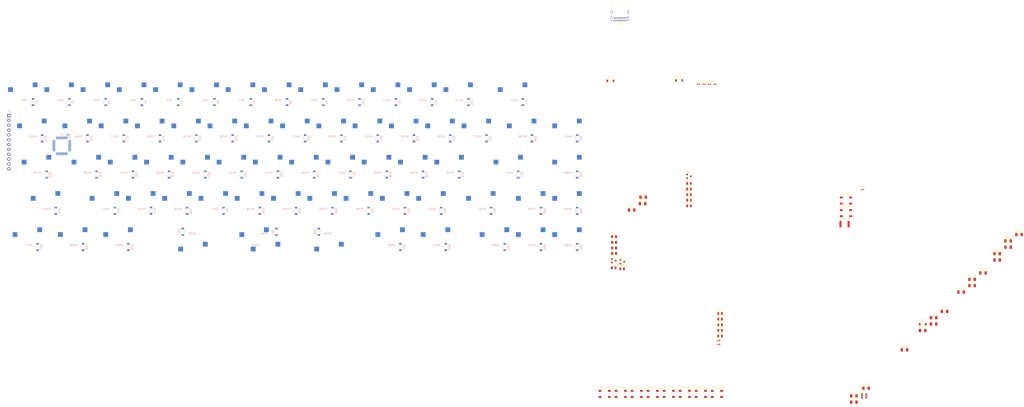
<source format=kicad_pcb>
(kicad_pcb (version 20171130) (host pcbnew "(5.1.6)-1")
  (layers (0 F.Cu signal) (31 B.Cu signal) (34 B.Paste user) (35 F.Paste user) (36 B.SilkS user) (37 F.SilkS user) (38 B.Mask user) (39 F.Mask user) (44 Edge.Cuts user))
  (net 0 "")
  (net 1 GNDD)
  (net 2 3.3V)
  (net 3 GND)
  (net 4 BOOT0)
  (net 5 NRST)
  (net 6 "Net-(CRGB1-Pad2)")
  (net 7 "Net-(CRGB2-Pad2)")
  (net 8 "Net-(CRGB3-Pad2)")
  (net 9 "Net-(CRGB4-Pad2)")
  (net 10 "Net-(CRGB5-Pad2)")
  (net 11 "Net-(CRGB6-Pad2)")
  (net 12 "Net-(CRGB7-Pad2)")
  (net 13 "Net-(CRGB8-Pad2)")
  (net 14 "Net-(CRGB9-Pad2)")
  (net 15 "Net-(CRGB10-Pad2)")
  (net 16 CASE)
  (net 17 "Net-(CSH2-Pad1)")
  (net 18 5V)
  (net 19 "Net-(D1-Pad2)")
  (net 20 Row1)
  (net 21 "Net-(D2-Pad2)")
  (net 22 "Net-(D3-Pad2)")
  (net 23 "Net-(D4-Pad2)")
  (net 24 "Net-(D5-Pad2)")
  (net 25 "Net-(D6-Pad2)")
  (net 26 "Net-(D7-Pad2)")
  (net 27 "Net-(D8-Pad2)")
  (net 28 "Net-(D9-Pad2)")
  (net 29 "Net-(D10-Pad2)")
  (net 30 "Net-(D11-Pad2)")
  (net 31 "Net-(D12-Pad2)")
  (net 32 "Net-(D13-Pad2)")
  (net 33 "Net-(D14-Pad2)")
  (net 34 "Net-(D15-Pad2)")
  (net 35 Row2)
  (net 36 "Net-(D16-Pad2)")
  (net 37 "Net-(D17-Pad2)")
  (net 38 "Net-(D18-Pad2)")
  (net 39 "Net-(D19-Pad2)")
  (net 40 "Net-(D20-Pad2)")
  (net 41 "Net-(D21-Pad2)")
  (net 42 "Net-(D22-Pad2)")
  (net 43 "Net-(D23-Pad2)")
  (net 44 "Net-(D24-Pad2)")
  (net 45 "Net-(D25-Pad2)")
  (net 46 "Net-(D26-Pad2)")
  (net 47 "Net-(D27-Pad2)")
  (net 48 "Net-(D28-Pad2)")
  (net 49 "Net-(D29-Pad2)")
  (net 50 Row3)
  (net 51 "Net-(D30-Pad2)")
  (net 52 "Net-(D31-Pad2)")
  (net 53 "Net-(D32-Pad2)")
  (net 54 "Net-(D33-Pad2)")
  (net 55 "Net-(D34-Pad2)")
  (net 56 "Net-(D35-Pad2)")
  (net 57 "Net-(D36-Pad2)")
  (net 58 "Net-(D37-Pad2)")
  (net 59 "Net-(D38-Pad2)")
  (net 60 "Net-(D39-Pad2)")
  (net 61 "Net-(D40-Pad2)")
  (net 62 "Net-(D41-Pad2)")
  (net 63 "Net-(D42-Pad2)")
  (net 64 "Net-(D43-Pad2)")
  (net 65 Row4)
  (net 66 "Net-(D44-Pad2)")
  (net 67 "Net-(D45-Pad2)")
  (net 68 "Net-(D46-Pad2)")
  (net 69 "Net-(D47-Pad2)")
  (net 70 "Net-(D48-Pad2)")
  (net 71 "Net-(D49-Pad2)")
  (net 72 "Net-(D50-Pad2)")
  (net 73 "Net-(D51-Pad2)")
  (net 74 "Net-(D52-Pad2)")
  (net 75 "Net-(D53-Pad2)")
  (net 76 "Net-(D54-Pad2)")
  (net 77 "Net-(D55-Pad2)")
  (net 78 "Net-(D56-Pad2)")
  (net 79 "Net-(D57-Pad2)")
  (net 80 Row5)
  (net 81 "Net-(D58-Pad2)")
  (net 82 "Net-(D59-Pad2)")
  (net 83 "Net-(D60-Pad2)")
  (net 84 "Net-(D61-Pad2)")
  (net 85 "Net-(D62-Pad2)")
  (net 86 "Net-(D63-Pad2)")
  (net 87 "Net-(D64-Pad2)")
  (net 88 "Net-(D65-Pad2)")
  (net 89 "Net-(D66-Pad2)")
  (net 90 "Net-(DR1-Pad2)")
  (net 91 "Net-(DRGB1-Pad2)")
  (net 92 RGB_5V)
  (net 93 "Net-(DRGB2-Pad2)")
  (net 94 "Net-(DRGB3-Pad2)")
  (net 95 "Net-(DRGB4-Pad2)")
  (net 96 "Net-(DRGB5-Pad2)")
  (net 97 "Net-(DRGB6-Pad2)")
  (net 98 "Net-(DRGB7-Pad2)")
  (net 99 "Net-(DRGB8-Pad2)")
  (net 100 "Net-(DRGB10-Pad4)")
  (net 101 "Net-(DRGB10-Pad2)")
  (net 102 VBUS)
  (net 103 Extra11)
  (net 104 Extra10)
  (net 105 Extra9)
  (net 106 Extra8)
  (net 107 Extra7)
  (net 108 Extra6)
  (net 109 Extra5)
  (net 110 Extra4)
  (net 111 Extra3)
  (net 112 Extra2)
  (net 113 Extra1)
  (net 114 Col1)
  (net 115 Col2)
  (net 116 Col3)
  (net 117 Col4)
  (net 118 Col5)
  (net 119 Col6)
  (net 120 Col7)
  (net 121 Col8)
  (net 122 Col9)
  (net 123 Col10)
  (net 124 Col11)
  (net 125 Col12)
  (net 126 Col13)
  (net 127 Col14)
  (net 128 RGB_3V3)
  (net 129 "Net-(RCC1-Pad2)")
  (net 130 "Net-(RCC2-Pad1)")
  (net 131 DBus-)
  (net 132 DBus+)
  (net 133 D+)
  (net 134 D-)
  (net 135 Extra12)
  (net 136 SWCLK)
  (net 137 SWDIO)
  (net 138 RGB3V3)
  (net 139 LED_PWM)
  (net 140 "Net-(USB1-PadB8)")
  (net 141 "Net-(USB1-PadA8)")
  (net 142 "Net-(D67-Pad2)")
  (net 143 "Net-(D68-Pad2)")
  (module MX_Only:MXOnly-1.25U-Hotswap (layer F.Cu) (at 185.7375 283.36875 180)
    (fp_text reference MX69)
    (fp_text value 125_Space)
    (fp_text user %R (at 0 3.048) (layer B.SilkS) (effects (justify mirror)))
    (pad 2 smd rect (at 5.842 -5.08 180) (size 2.55 2.5) (layers B.Cu B.Paste B.Mask) (net 83 "Net-(D60-Pad2)"))
    (pad 1 smd rect (at -7.085 -2.54 180) (size 2.55 2.5) (layers B.Cu B.Paste B.Mask) (net 120 Col7))
    (pad "" np_thru_hole circle (at 5.08 0 228.0996) (size 1.75 1.75) (drill 1.75) (layers *.Cu *.Mask))
    (pad "" np_thru_hole circle (at -5.08 0 228.0996) (size 1.75 1.75) (drill 1.75) (layers *.Cu *.Mask))
    (pad "" np_thru_hole circle (at -3.81 -2.54 180) (size 3 3) (drill 3) (layers *.Cu *.Mask))
    (pad "" np_thru_hole circle (at 0 0 180) (size 3.9878 3.9878) (drill 3.9878) (layers *.Cu *.Mask))
    (pad "" np_thru_hole circle (at 2.54 -5.08 180) (size 3 3) (drill 3) (layers *.Cu *.Mask))
  )
  (module MX_Only:MXOnly-2.25U-Hotswap-ReversedStabilizers (layer F.Cu) (at 219.075 283.36875 180)
    (fp_text reference MX68)
    (fp_text value RSpace)
    (fp_text user %R (at 0 3.048) (layer B.SilkS) (effects (justify mirror)))
    (pad "" np_thru_hole circle (at -11.938 -8.255 180) (size 3.9878 3.9878) (drill 3.9878) (layers *.Cu *.Mask))
    (pad "" np_thru_hole circle (at 11.938 -8.255 180) (size 3.9878 3.9878) (drill 3.9878) (layers *.Cu *.Mask))
    (pad "" np_thru_hole circle (at -11.938 6.985 180) (size 3.048 3.048) (drill 3.048) (layers *.Cu *.Mask))
    (pad "" np_thru_hole circle (at 11.938 6.985 180) (size 3.048 3.048) (drill 3.048) (layers *.Cu *.Mask))
    (pad 2 smd rect (at 5.842 -5.08 180) (size 2.55 2.5) (layers B.Cu B.Paste B.Mask) (net 143 "Net-(D68-Pad2)"))
    (pad 1 smd rect (at -7.085 -2.54 180) (size 2.55 2.5) (layers B.Cu B.Paste B.Mask) (net 121 Col8))
    (pad "" np_thru_hole circle (at 5.08 0 228.0996) (size 1.75 1.75) (drill 1.75) (layers *.Cu *.Mask))
    (pad "" np_thru_hole circle (at -5.08 0 228.0996) (size 1.75 1.75) (drill 1.75) (layers *.Cu *.Mask))
    (pad "" np_thru_hole circle (at -3.81 -2.54 180) (size 3 3) (drill 3) (layers *.Cu *.Mask))
    (pad "" np_thru_hole circle (at 0 0 180) (size 3.9878 3.9878) (drill 3.9878) (layers *.Cu *.Mask))
    (pad "" np_thru_hole circle (at 2.54 -5.08 180) (size 3 3) (drill 3) (layers *.Cu *.Mask))
  )
  (module MX_Only:MXOnly-2.75U-Hotswap-ReversedStabilizers (layer F.Cu) (at 147.6375 283.36875 180)
    (fp_text reference MX67)
    (fp_text value LSpace)
    (fp_text user %R (at 0 3.048) (layer B.SilkS) (effects (justify mirror)))
    (pad "" np_thru_hole circle (at -11.938 -8.255 180) (size 3.9878 3.9878) (drill 3.9878) (layers *.Cu *.Mask))
    (pad "" np_thru_hole circle (at 11.938 -8.255 180) (size 3.9878 3.9878) (drill 3.9878) (layers *.Cu *.Mask))
    (pad "" np_thru_hole circle (at -11.938 6.985 180) (size 3.048 3.048) (drill 3.048) (layers *.Cu *.Mask))
    (pad "" np_thru_hole circle (at 11.938 6.985 180) (size 3.048 3.048) (drill 3.048) (layers *.Cu *.Mask))
    (pad 2 smd rect (at 5.842 -5.08 180) (size 2.55 2.5) (layers B.Cu B.Paste B.Mask) (net 142 "Net-(D67-Pad2)"))
    (pad 1 smd rect (at -7.085 -2.54 180) (size 2.55 2.5) (layers B.Cu B.Paste B.Mask) (net 117 Col4))
    (pad "" np_thru_hole circle (at 5.08 0 228.0996) (size 1.75 1.75) (drill 1.75) (layers *.Cu *.Mask))
    (pad "" np_thru_hole circle (at -5.08 0 228.0996) (size 1.75 1.75) (drill 1.75) (layers *.Cu *.Mask))
    (pad "" np_thru_hole circle (at -3.81 -2.54 180) (size 3 3) (drill 3) (layers *.Cu *.Mask))
    (pad "" np_thru_hole circle (at 0 0 180) (size 3.9878 3.9878) (drill 3.9878) (layers *.Cu *.Mask))
    (pad "" np_thru_hole circle (at 2.54 -5.08 180) (size 3 3) (drill 3) (layers *.Cu *.Mask))
  )
  (module Diode_SMD:D_SOD-123 (layer B.Cu) (at 214.3125 279.4 270)
    (fp_text reference D68 (at 0 2 270) (layer B.SilkS) (effects (justify mirror)))
    (fp_text value D_Small)
    (pad 2 smd rect (at 1.65 0 270) (size 0.9 1.2) (layers B.Cu B.Paste B.Mask) (net 143 "Net-(D68-Pad2)"))
    (pad 1 smd rect (at -1.65 0 270) (size 0.9 1.2) (layers B.Cu B.Paste B.Mask) (net 80 Row5))
  )
  (module Diode_SMD:D_SOD-123 (layer B.Cu) (at 142.875 279.4 270)
    (fp_text reference D67 (at 0 2 270) (layer B.SilkS) (effects (justify mirror)))
    (fp_text value D_Small)
    (pad 2 smd rect (at 1.65 0 270) (size 0.9 1.2) (layers B.Cu B.Paste B.Mask) (net 142 "Net-(D67-Pad2)"))
    (pad 1 smd rect (at -1.65 0 270) (size 0.9 1.2) (layers B.Cu B.Paste B.Mask) (net 80 Row5))
  )
  (module Connector_USB:USB_C_Receptacle_GCT_USB4085 (layer F.Cu) (at 375.44375 168.275 180)
    (fp_text reference USB1 (at 2.975 -1.8) (layer F.SilkS))
    (fp_text value USB_C_GCT_USB4085-Type-C)
    (pad S1 thru_hole oval (at 7.3 4.36 180) (size 0.9 1.7) (drill oval 0.6 1.4) (layers *.Cu *.Mask) (net 17 "Net-(CSH2-Pad1)"))
    (pad S1 thru_hole oval (at -1.35 4.36 180) (size 0.9 1.7) (drill oval 0.6 1.4) (layers *.Cu *.Mask) (net 17 "Net-(CSH2-Pad1)"))
    (pad S1 thru_hole oval (at 7.3 0.98 180) (size 0.9 2.4) (drill oval 0.6 2.1) (layers *.Cu *.Mask) (net 17 "Net-(CSH2-Pad1)"))
    (pad S1 thru_hole oval (at -1.35 0.98 180) (size 0.9 2.4) (drill oval 0.6 2.1) (layers *.Cu *.Mask) (net 17 "Net-(CSH2-Pad1)"))
    (pad B6 thru_hole circle (at 3.4 1.35 180) (size 0.7 0.7) (drill 0.4) (layers *.Cu *.Mask) (net 132 DBus+))
    (pad B1 thru_hole circle (at 5.95 1.35 180) (size 0.7 0.7) (drill 0.4) (layers *.Cu *.Mask) (net 3 GND))
    (pad B4 thru_hole circle (at 5.1 1.35 180) (size 0.7 0.7) (drill 0.4) (layers *.Cu *.Mask) (net 102 VBUS))
    (pad B5 thru_hole circle (at 4.25 1.35 180) (size 0.7 0.7) (drill 0.4) (layers *.Cu *.Mask) (net 130 "Net-(RCC2-Pad1)"))
    (pad B12 thru_hole circle (at 0 1.35 180) (size 0.7 0.7) (drill 0.4) (layers *.Cu *.Mask) (net 3 GND))
    (pad B8 thru_hole circle (at 1.7 1.35 180) (size 0.7 0.7) (drill 0.4) (layers *.Cu *.Mask) (net 140 "Net-(USB1-PadB8)"))
    (pad B7 thru_hole circle (at 2.55 1.35 180) (size 0.7 0.7) (drill 0.4) (layers *.Cu *.Mask) (net 131 DBus-))
    (pad B9 thru_hole circle (at 0.85 1.35 180) (size 0.7 0.7) (drill 0.4) (layers *.Cu *.Mask) (net 102 VBUS))
    (pad A12 thru_hole circle (at 5.95 0 180) (size 0.7 0.7) (drill 0.4) (layers *.Cu *.Mask) (net 3 GND))
    (pad A9 thru_hole circle (at 5.1 0 180) (size 0.7 0.7) (drill 0.4) (layers *.Cu *.Mask) (net 102 VBUS))
    (pad A8 thru_hole circle (at 4.25 0 180) (size 0.7 0.7) (drill 0.4) (layers *.Cu *.Mask) (net 141 "Net-(USB1-PadA8)"))
    (pad A7 thru_hole circle (at 3.4 0 180) (size 0.7 0.7) (drill 0.4) (layers *.Cu *.Mask) (net 131 DBus-))
    (pad A6 thru_hole circle (at 2.55 0 180) (size 0.7 0.7) (drill 0.4) (layers *.Cu *.Mask) (net 132 DBus+))
    (pad A5 thru_hole circle (at 1.7 0 180) (size 0.7 0.7) (drill 0.4) (layers *.Cu *.Mask) (net 129 "Net-(RCC1-Pad2)"))
    (pad A4 thru_hole circle (at 0.85 0 180) (size 0.7 0.7) (drill 0.4) (layers *.Cu *.Mask) (net 102 VBUS))
    (pad A1 thru_hole circle (at 0 0 180) (size 0.7 0.7) (drill 0.4) (layers *.Cu *.Mask) (net 3 GND))
  )
  (module Package_TO_SOT_SMD:SOT-23 (layer F.Cu) (at 373.6875 295.145)
    (fp_text reference U3 (at 0 -2.5) (layer F.SilkS))
    (fp_text value MCP1700-3302E_SOT23)
    (pad 3 smd rect (at 1 0) (size 0.9 0.8) (layers F.Cu F.Paste F.Mask) (net 18 5V))
    (pad 2 smd rect (at -1 0.95) (size 0.9 0.8) (layers F.Cu F.Paste F.Mask) (net 2 3.3V))
    (pad 1 smd rect (at -1 -0.95) (size 0.9 0.8) (layers F.Cu F.Paste F.Mask) (net 3 GND))
  )
  (module Package_QFP:LQFP-48_7x7mm_P0.5mm (layer B.Cu) (at 79.375 234.15625 180)
    (fp_text reference U2 (at 0 5.85 180) (layer B.SilkS) (effects (justify mirror)))
    (fp_text value STM32F072C8Tx)
    (pad 48 smd roundrect (at -2.75 4.1625 180) (size 0.3 1.475) (layers B.Cu B.Paste B.Mask) (net 2 3.3V))
    (pad 47 smd roundrect (at -2.25 4.1625 180) (size 0.3 1.475) (layers B.Cu B.Paste B.Mask) (net 1 GNDD))
    (pad 46 smd roundrect (at -1.75 4.1625 180) (size 0.3 1.475) (layers B.Cu B.Paste B.Mask) (net 108 Extra6))
    (pad 45 smd roundrect (at -1.25 4.1625 180) (size 0.3 1.475) (layers B.Cu B.Paste B.Mask) (net 35 Row2))
    (pad 44 smd roundrect (at -0.75 4.1625 180) (size 0.3 1.475) (layers B.Cu B.Paste B.Mask) (net 4 BOOT0))
    (pad 43 smd roundrect (at -0.25 4.1625 180) (size 0.3 1.475) (layers B.Cu B.Paste B.Mask) (net 20 Row1))
    (pad 42 smd roundrect (at 0.25 4.1625 180) (size 0.3 1.475) (layers B.Cu B.Paste B.Mask) (net 109 Extra5))
    (pad 41 smd roundrect (at 0.75 4.1625 180) (size 0.3 1.475) (layers B.Cu B.Paste B.Mask) (net 110 Extra4))
    (pad 40 smd roundrect (at 1.25 4.1625 180) (size 0.3 1.475) (layers B.Cu B.Paste B.Mask) (net 111 Extra3))
    (pad 39 smd roundrect (at 1.75 4.1625 180) (size 0.3 1.475) (layers B.Cu B.Paste B.Mask) (net 112 Extra2))
    (pad 38 smd roundrect (at 2.25 4.1625 180) (size 0.3 1.475) (layers B.Cu B.Paste B.Mask) (net 135 Extra12))
    (pad 37 smd roundrect (at 2.75 4.1625 180) (size 0.3 1.475) (layers B.Cu B.Paste B.Mask) (net 136 SWCLK))
    (pad 36 smd roundrect (at 4.1625 2.75 180) (size 1.475 0.3) (layers B.Cu B.Paste B.Mask) (net 2 3.3V))
    (pad 35 smd roundrect (at 4.1625 2.25 180) (size 1.475 0.3) (layers B.Cu B.Paste B.Mask) (net 1 GNDD))
    (pad 34 smd roundrect (at 4.1625 1.75 180) (size 1.475 0.3) (layers B.Cu B.Paste B.Mask) (net 137 SWDIO))
    (pad 33 smd roundrect (at 4.1625 1.25 180) (size 1.475 0.3) (layers B.Cu B.Paste B.Mask) (net 133 D+))
    (pad 32 smd roundrect (at 4.1625 0.75 180) (size 1.475 0.3) (layers B.Cu B.Paste B.Mask) (net 134 D-))
    (pad 31 smd roundrect (at 4.1625 0.25 180) (size 1.475 0.3) (layers B.Cu B.Paste B.Mask) (net 103 Extra11))
    (pad 30 smd roundrect (at 4.1625 -0.25 180) (size 1.475 0.3) (layers B.Cu B.Paste B.Mask) (net 104 Extra10))
    (pad 29 smd roundrect (at 4.1625 -0.75 180) (size 1.475 0.3) (layers B.Cu B.Paste B.Mask) (net 105 Extra9))
    (pad 28 smd roundrect (at 4.1625 -1.25 180) (size 1.475 0.3) (layers B.Cu B.Paste B.Mask) (net 138 RGB3V3))
    (pad 27 smd roundrect (at 4.1625 -1.75 180) (size 1.475 0.3) (layers B.Cu B.Paste B.Mask) (net 106 Extra8))
    (pad 26 smd roundrect (at 4.1625 -2.25 180) (size 1.475 0.3) (layers B.Cu B.Paste B.Mask) (net 107 Extra7))
    (pad 25 smd roundrect (at 4.1625 -2.75 180) (size 1.475 0.3) (layers B.Cu B.Paste B.Mask) (net 114 Col1))
    (pad 24 smd roundrect (at 2.75 -4.1625 180) (size 0.3 1.475) (layers B.Cu B.Paste B.Mask) (net 2 3.3V))
    (pad 23 smd roundrect (at 2.25 -4.1625 180) (size 0.3 1.475) (layers B.Cu B.Paste B.Mask) (net 1 GNDD))
    (pad 22 smd roundrect (at 1.75 -4.1625 180) (size 0.3 1.475) (layers B.Cu B.Paste B.Mask) (net 65 Row4))
    (pad 21 smd roundrect (at 1.25 -4.1625 180) (size 0.3 1.475) (layers B.Cu B.Paste B.Mask) (net 50 Row3))
    (pad 20 smd roundrect (at 0.75 -4.1625 180) (size 0.3 1.475) (layers B.Cu B.Paste B.Mask) (net 124 Col11))
    (pad 19 smd roundrect (at 0.25 -4.1625 180) (size 0.3 1.475) (layers B.Cu B.Paste B.Mask) (net 123 Col10))
    (pad 18 smd roundrect (at -0.25 -4.1625 180) (size 0.3 1.475) (layers B.Cu B.Paste B.Mask) (net 122 Col9))
    (pad 17 smd roundrect (at -0.75 -4.1625 180) (size 0.3 1.475) (layers B.Cu B.Paste B.Mask) (net 125 Col12))
    (pad 16 smd roundrect (at -1.25 -4.1625 180) (size 0.3 1.475) (layers B.Cu B.Paste B.Mask) (net 139 LED_PWM))
    (pad 15 smd roundrect (at -1.75 -4.1625 180) (size 0.3 1.475) (layers B.Cu B.Paste B.Mask) (net 126 Col13))
    (pad 14 smd roundrect (at -2.25 -4.1625 180) (size 0.3 1.475) (layers B.Cu B.Paste B.Mask) (net 127 Col14))
    (pad 13 smd roundrect (at -2.75 -4.1625 180) (size 0.3 1.475) (layers B.Cu B.Paste B.Mask) (net 80 Row5))
    (pad 12 smd roundrect (at -4.1625 -2.75 180) (size 1.475 0.3) (layers B.Cu B.Paste B.Mask) (net 115 Col2))
    (pad 11 smd roundrect (at -4.1625 -2.25 180) (size 1.475 0.3) (layers B.Cu B.Paste B.Mask) (net 116 Col3))
    (pad 10 smd roundrect (at -4.1625 -1.75 180) (size 1.475 0.3) (layers B.Cu B.Paste B.Mask) (net 117 Col4))
    (pad 9 smd roundrect (at -4.1625 -1.25 180) (size 1.475 0.3) (layers B.Cu B.Paste B.Mask) (net 2 3.3V))
    (pad 8 smd roundrect (at -4.1625 -0.75 180) (size 1.475 0.3) (layers B.Cu B.Paste B.Mask) (net 1 GNDD))
    (pad 7 smd roundrect (at -4.1625 -0.25 180) (size 1.475 0.3) (layers B.Cu B.Paste B.Mask) (net 5 NRST))
    (pad 6 smd roundrect (at -4.1625 0.25 180) (size 1.475 0.3) (layers B.Cu B.Paste B.Mask) (net 119 Col6))
    (pad 5 smd roundrect (at -4.1625 0.75 180) (size 1.475 0.3) (layers B.Cu B.Paste B.Mask) (net 118 Col5))
    (pad 4 smd roundrect (at -4.1625 1.25 180) (size 1.475 0.3) (layers B.Cu B.Paste B.Mask) (net 121 Col8))
    (pad 3 smd roundrect (at -4.1625 1.75 180) (size 1.475 0.3) (layers B.Cu B.Paste B.Mask) (net 120 Col7))
    (pad 2 smd roundrect (at -4.1625 2.25 180) (size 1.475 0.3) (layers B.Cu B.Paste B.Mask) (net 113 Extra1))
    (pad 1 smd roundrect (at -4.1625 2.75 180) (size 1.475 0.3) (layers B.Cu B.Paste B.Mask) (net 2 3.3V))
  )
  (module Package_TO_SOT_SMD:SOT-23-6 (layer F.Cu) (at 500.6675 365.605)
    (fp_text reference U1 (at 0 -2.9) (layer F.SilkS))
    (fp_text value USBLC6-2SC6)
    (pad 5 smd rect (at 1.1 0) (size 1.06 0.65) (layers F.Cu F.Paste F.Mask) (net 102 VBUS))
    (pad 6 smd rect (at 1.1 -0.95) (size 1.06 0.65) (layers F.Cu F.Paste F.Mask) (net 131 DBus-))
    (pad 4 smd rect (at 1.1 0.95) (size 1.06 0.65) (layers F.Cu F.Paste F.Mask) (net 132 DBus+))
    (pad 3 smd rect (at -1.1 0.95) (size 1.06 0.65) (layers F.Cu F.Paste F.Mask) (net 133 D+))
    (pad 2 smd rect (at -1.1 0) (size 1.06 0.65) (layers F.Cu F.Paste F.Mask) (net 3 GND))
    (pad 1 smd rect (at -1.1 -0.95) (size 1.06 0.65) (layers F.Cu F.Paste F.Mask) (net 134 D-))
  )
  (module Resistor_SMD:R_1206_3216Metric (layer F.Cu) (at 537.1675 324.585)
    (fp_text reference RSO1 (at 0 -1.82) (layer F.SilkS))
    (fp_text value 100k)
    (pad 2 smd roundrect (at 1.4 0) (size 1.25 1.75) (layers F.Cu F.Paste F.Mask) (roundrect_rratio 0.2) (net 3 GND))
    (pad 1 smd roundrect (at -1.4 0) (size 1.25 1.75) (layers F.Cu F.Paste F.Mask) (roundrect_rratio 0.2) (net 2 3.3V))
  )
  (module Resistor_SMD:R_1206_3216Metric (layer F.Cu) (at 570.5475 294.175)
    (fp_text reference RSI1 (at 0 -1.82) (layer F.SilkS))
    (fp_text value 100k)
    (pad 2 smd roundrect (at 1.4 0) (size 1.25 1.75) (layers F.Cu F.Paste F.Mask) (roundrect_rratio 0.2) (net 3 GND))
    (pad 1 smd roundrect (at -1.4 0) (size 1.25 1.75) (layers F.Cu F.Paste F.Mask) (roundrect_rratio 0.2) (net 18 5V))
  )
  (module Resistor_SMD:R_1206_3216Metric (layer F.Cu) (at 551.6175 311.085)
    (fp_text reference RSH2 (at 0 -1.82) (layer F.SilkS))
    (fp_text value 1M)
    (pad 2 smd roundrect (at 1.4 0) (size 1.25 1.75) (layers F.Cu F.Paste F.Mask) (roundrect_rratio 0.2) (net 17 "Net-(CSH2-Pad1)"))
    (pad 1 smd roundrect (at -1.4 0) (size 1.25 1.75) (layers F.Cu F.Paste F.Mask) (roundrect_rratio 0.2) (net 3 GND))
  )
  (module Resistor_SMD:R_1206_3216Metric (layer F.Cu) (at 531.4175 331.285)
    (fp_text reference RSH1 (at 0 -1.82) (layer F.SilkS))
    (fp_text value 1M)
    (pad 2 smd roundrect (at 1.4 0) (size 1.25 1.75) (layers F.Cu F.Paste F.Mask) (roundrect_rratio 0.2) (net 3 GND))
    (pad 1 smd roundrect (at -1.4 0) (size 1.25 1.75) (layers F.Cu F.Paste F.Mask) (roundrect_rratio 0.2) (net 16 CASE))
  )
  (module Resistor_SMD:R_1206_3216Metric (layer F.Cu) (at 384.655 261.15375)
    (fp_text reference RS2 (at 0 -1.82) (layer F.SilkS))
    (fp_text value 10k)
    (pad 2 smd roundrect (at 1.4 0) (size 1.25 1.75) (layers F.Cu F.Paste F.Mask) (roundrect_rratio 0.2) (net 128 RGB_3V3))
    (pad 1 smd roundrect (at -1.4 0) (size 1.25 1.75) (layers F.Cu F.Paste F.Mask) (roundrect_rratio 0.2) (net 2 3.3V))
  )
  (module Resistor_SMD:R_1206_3216Metric (layer F.Cu) (at 378.575 267.95375)
    (fp_text reference RS1 (at 0 -1.82) (layer F.SilkS))
    (fp_text value 10k)
    (pad 2 smd roundrect (at 1.4 0) (size 1.25 1.75) (layers F.Cu F.Paste F.Mask) (roundrect_rratio 0.2) (net 92 RGB_5V))
    (pad 1 smd roundrect (at -1.4 0) (size 1.25 1.75) (layers F.Cu F.Paste F.Mask) (roundrect_rratio 0.2) (net 18 5V))
  )
  (module Resistor_SMD:R_1206_3216Metric (layer F.Cu) (at 570.5475 290.885)
    (fp_text reference RRGB10 (at 0 -1.82) (layer F.SilkS))
    (fp_text value 5.1R)
    (pad 2 smd roundrect (at 1.4 0) (size 1.25 1.75) (layers F.Cu F.Paste F.Mask) (roundrect_rratio 0.2) (net 15 "Net-(CRGB10-Pad2)"))
    (pad 1 smd roundrect (at -1.4 0) (size 1.25 1.75) (layers F.Cu F.Paste F.Mask) (roundrect_rratio 0.2) (net 18 5V))
  )
  (module Resistor_SMD:R_1206_3216Metric (layer F.Cu) (at 495.2975 368.915)
    (fp_text reference RRGB9 (at 0 -1.82) (layer F.SilkS))
    (fp_text value 5.1R)
    (pad 2 smd roundrect (at 1.4 0) (size 1.25 1.75) (layers F.Cu F.Paste F.Mask) (roundrect_rratio 0.2) (net 14 "Net-(CRGB9-Pad2)"))
    (pad 1 smd roundrect (at -1.4 0) (size 1.25 1.75) (layers F.Cu F.Paste F.Mask) (roundrect_rratio 0.2) (net 18 5V))
  )
  (module Resistor_SMD:R_1206_3216Metric (layer F.Cu) (at 576.2975 284.185)
    (fp_text reference RRGB8 (at 0 -1.82) (layer F.SilkS))
    (fp_text value 5.1R)
    (pad 2 smd roundrect (at 1.4 0) (size 1.25 1.75) (layers F.Cu F.Paste F.Mask) (roundrect_rratio 0.2) (net 13 "Net-(CRGB8-Pad2)"))
    (pad 1 smd roundrect (at -1.4 0) (size 1.25 1.75) (layers F.Cu F.Paste F.Mask) (roundrect_rratio 0.2) (net 18 5V))
  )
  (module Resistor_SMD:R_1206_3216Metric (layer F.Cu) (at 495.2975 365.625)
    (fp_text reference RRGB7 (at 0 -1.82) (layer F.SilkS))
    (fp_text value 5.1R)
    (pad 2 smd roundrect (at 1.4 0) (size 1.25 1.75) (layers F.Cu F.Paste F.Mask) (roundrect_rratio 0.2) (net 12 "Net-(CRGB7-Pad2)"))
    (pad 1 smd roundrect (at -1.4 0) (size 1.25 1.75) (layers F.Cu F.Paste F.Mask) (roundrect_rratio 0.2) (net 18 5V))
  )
  (module Resistor_SMD:R_1206_3216Metric (layer F.Cu) (at 557.3675 304.385)
    (fp_text reference RRGB6 (at 0 -1.82) (layer F.SilkS))
    (fp_text value 5.1R)
    (pad 2 smd roundrect (at 1.4 0) (size 1.25 1.75) (layers F.Cu F.Paste F.Mask) (roundrect_rratio 0.2) (net 11 "Net-(CRGB6-Pad2)"))
    (pad 1 smd roundrect (at -1.4 0) (size 1.25 1.75) (layers F.Cu F.Paste F.Mask) (roundrect_rratio 0.2) (net 18 5V))
  )
  (module Resistor_SMD:R_1206_3216Metric (layer F.Cu) (at 501.6975 361.635)
    (fp_text reference RRGB5 (at 0 -1.82) (layer F.SilkS))
    (fp_text value 5.1R)
    (pad 2 smd roundrect (at 1.4 0) (size 1.25 1.75) (layers F.Cu F.Paste F.Mask) (roundrect_rratio 0.2) (net 10 "Net-(CRGB5-Pad2)"))
    (pad 1 smd roundrect (at -1.4 0) (size 1.25 1.75) (layers F.Cu F.Paste F.Mask) (roundrect_rratio 0.2) (net 18 5V))
  )
  (module Resistor_SMD:R_1206_3216Metric (layer F.Cu) (at 582.0475 280.835)
    (fp_text reference RRGB4 (at 0 -1.82) (layer F.SilkS))
    (fp_text value 5.1R)
    (pad 2 smd roundrect (at 1.4 0) (size 1.25 1.75) (layers F.Cu F.Paste F.Mask) (roundrect_rratio 0.2) (net 9 "Net-(CRGB4-Pad2)"))
    (pad 1 smd roundrect (at -1.4 0) (size 1.25 1.75) (layers F.Cu F.Paste F.Mask) (roundrect_rratio 0.2) (net 18 5V))
  )
  (module Resistor_SMD:R_1206_3216Metric (layer F.Cu) (at 521.8975 341.435)
    (fp_text reference RRGB3 (at 0 -1.82) (layer F.SilkS))
    (fp_text value 5.1R)
    (pad 2 smd roundrect (at 1.4 0) (size 1.25 1.75) (layers F.Cu F.Paste F.Mask) (roundrect_rratio 0.2) (net 8 "Net-(CRGB3-Pad2)"))
    (pad 1 smd roundrect (at -1.4 0) (size 1.25 1.75) (layers F.Cu F.Paste F.Mask) (roundrect_rratio 0.2) (net 18 5V))
  )
  (module Resistor_SMD:R_1206_3216Metric (layer F.Cu) (at 563.1175 301.035)
    (fp_text reference RRGB2 (at 0 -1.82) (layer F.SilkS))
    (fp_text value 5.1R)
    (pad 2 smd roundrect (at 1.4 0) (size 1.25 1.75) (layers F.Cu F.Paste F.Mask) (roundrect_rratio 0.2) (net 7 "Net-(CRGB2-Pad2)"))
    (pad 1 smd roundrect (at -1.4 0) (size 1.25 1.75) (layers F.Cu F.Paste F.Mask) (roundrect_rratio 0.2) (net 18 5V))
  )
  (module Resistor_SMD:R_1206_3216Metric (layer F.Cu) (at 576.2975 287.475)
    (fp_text reference RRGB1 (at 0 -1.82) (layer F.SilkS))
    (fp_text value 5.1R)
    (pad 2 smd roundrect (at 1.4 0) (size 1.25 1.75) (layers F.Cu F.Paste F.Mask) (roundrect_rratio 0.2) (net 6 "Net-(CRGB1-Pad2)"))
    (pad 1 smd roundrect (at -1.4 0) (size 1.25 1.75) (layers F.Cu F.Paste F.Mask) (roundrect_rratio 0.2) (net 18 5V))
  )
  (module Resistor_SMD:R_1206_3216Metric (layer F.Cu) (at 542.9175 321.235)
    (fp_text reference RR1 (at 0 -1.82) (layer F.SilkS))
    (fp_text value 100k)
    (pad 2 smd roundrect (at 1.4 0) (size 1.25 1.75) (layers F.Cu F.Paste F.Mask) (roundrect_rratio 0.2) (net 3 GND))
    (pad 1 smd roundrect (at -1.4 0) (size 1.25 1.75) (layers F.Cu F.Paste F.Mask) (roundrect_rratio 0.2) (net 4 BOOT0))
  )
  (module Resistor_SMD:R_1206_3216Metric (layer F.Cu) (at 384.325 264.60375)
    (fp_text reference RGND1 (at 0 -1.82) (layer F.SilkS))
    (fp_text value R01)
    (pad 2 smd roundrect (at 1.4 0) (size 1.25 1.75) (layers F.Cu F.Paste F.Mask) (roundrect_rratio 0.2) (net 3 GND))
    (pad 1 smd roundrect (at -1.4 0) (size 1.25 1.75) (layers F.Cu F.Paste F.Mask) (roundrect_rratio 0.2) (net 1 GNDD))
  )
  (module Resistor_SMD:R_1206_3216Metric (layer F.Cu) (at 557.3675 307.675)
    (fp_text reference RCC2 (at 0 -1.82) (layer F.SilkS))
    (fp_text value 5.1k)
    (pad 2 smd roundrect (at 1.4 0) (size 1.25 1.75) (layers F.Cu F.Paste F.Mask) (roundrect_rratio 0.2) (net 3 GND))
    (pad 1 smd roundrect (at -1.4 0) (size 1.25 1.75) (layers F.Cu F.Paste F.Mask) (roundrect_rratio 0.2) (net 130 "Net-(RCC2-Pad1)"))
  )
  (module Resistor_SMD:R_1206_3216Metric (layer F.Cu) (at 537.1675 327.875)
    (fp_text reference RCC1 (at 0 -1.82) (layer F.SilkS))
    (fp_text value 5.1k)
    (pad 2 smd roundrect (at 1.4 0) (size 1.25 1.75) (layers F.Cu F.Paste F.Mask) (roundrect_rratio 0.2) (net 129 "Net-(RCC1-Pad2)"))
    (pad 1 smd roundrect (at -1.4 0) (size 1.25 1.75) (layers F.Cu F.Paste F.Mask) (roundrect_rratio 0.2) (net 3 GND))
  )
  (module Package_TO_SOT_SMD:SOT-23 (layer F.Cu) (at 369.2375 294.545)
    (fp_text reference QRST1 (at 0 -2.5) (layer F.SilkS))
    (fp_text value DTC123J)
    (pad 3 smd rect (at 1 0) (size 0.9 0.8) (layers F.Cu F.Paste F.Mask) (net 5 NRST))
    (pad 2 smd rect (at -1 0.95) (size 0.9 0.8) (layers F.Cu F.Paste F.Mask) (net 3 GND))
    (pad 1 smd rect (at -1 -0.95) (size 0.9 0.8) (layers F.Cu F.Paste F.Mask) (net 90 "Net-(DR1-Pad2)"))
  )
  (module Package_TO_SOT_SMD:SOT-23 (layer F.Cu) (at 408.72625 250.20125)
    (fp_text reference Q1 (at 0 -2.5) (layer F.SilkS))
    (fp_text value BSS138)
    (pad 3 smd rect (at 1 0) (size 0.9 0.8) (layers F.Cu F.Paste F.Mask) (net 92 RGB_5V))
    (pad 2 smd rect (at -1 0.95) (size 0.9 0.8) (layers F.Cu F.Paste F.Mask) (net 128 RGB_3V3))
    (pad 1 smd rect (at -1 -0.95) (size 0.9 0.8) (layers F.Cu F.Paste F.Mask) (net 2 3.3V))
  )
  (module MX_Only:MXOnly-1U-Hotswap (layer F.Cu) (at 345.28125 245.26875)
    (fp_text reference MX66)
    (fp_text value MX-NoLED)
    (fp_text user %R (at 0 3.048) (layer B.SilkS) (effects (justify mirror)))
    (pad 2 smd rect (at 5.842 -5.08) (size 2.55 2.5) (layers B.Cu B.Paste B.Mask) (net 89 "Net-(D66-Pad2)"))
    (pad 1 smd rect (at -7.085 -2.54) (size 2.55 2.5) (layers B.Cu B.Paste B.Mask) (net 127 Col14))
    (pad "" np_thru_hole circle (at 5.08 0 48.0996) (size 1.75 1.75) (drill 1.75) (layers *.Cu *.Mask))
    (pad "" np_thru_hole circle (at -5.08 0 48.0996) (size 1.75 1.75) (drill 1.75) (layers *.Cu *.Mask))
    (pad "" np_thru_hole circle (at -3.81 -2.54) (size 3 3) (drill 3) (layers *.Cu *.Mask))
    (pad "" np_thru_hole circle (at 0 0) (size 3.9878 3.9878) (drill 3.9878) (layers *.Cu *.Mask))
    (pad "" np_thru_hole circle (at 2.54 -5.08) (size 3 3) (drill 3) (layers *.Cu *.Mask))
  )
  (module MX_Only:MXOnly-1U-Hotswap (layer F.Cu) (at 345.28125 283.36875)
    (fp_text reference MX65)
    (fp_text value Right)
    (fp_text user %R (at 0 3.048) (layer B.SilkS) (effects (justify mirror)))
    (pad 2 smd rect (at 5.842 -5.08) (size 2.55 2.5) (layers B.Cu B.Paste B.Mask) (net 88 "Net-(D65-Pad2)"))
    (pad 1 smd rect (at -7.085 -2.54) (size 2.55 2.5) (layers B.Cu B.Paste B.Mask) (net 126 Col13))
    (pad "" np_thru_hole circle (at 5.08 0 48.0996) (size 1.75 1.75) (drill 1.75) (layers *.Cu *.Mask))
    (pad "" np_thru_hole circle (at -5.08 0 48.0996) (size 1.75 1.75) (drill 1.75) (layers *.Cu *.Mask))
    (pad "" np_thru_hole circle (at -3.81 -2.54) (size 3 3) (drill 3) (layers *.Cu *.Mask))
    (pad "" np_thru_hole circle (at 0 0) (size 3.9878 3.9878) (drill 3.9878) (layers *.Cu *.Mask))
    (pad "" np_thru_hole circle (at 2.54 -5.08) (size 3 3) (drill 3) (layers *.Cu *.Mask))
  )
  (module MX_Only:MXOnly-1U-Hotswap (layer F.Cu) (at 326.23125 283.36875)
    (fp_text reference MX64)
    (fp_text value Down)
    (fp_text user %R (at 0 3.048) (layer B.SilkS) (effects (justify mirror)))
    (pad 2 smd rect (at 5.842 -5.08) (size 2.55 2.5) (layers B.Cu B.Paste B.Mask) (net 87 "Net-(D64-Pad2)"))
    (pad 1 smd rect (at -7.085 -2.54) (size 2.55 2.5) (layers B.Cu B.Paste B.Mask) (net 125 Col12))
    (pad "" np_thru_hole circle (at 5.08 0 48.0996) (size 1.75 1.75) (drill 1.75) (layers *.Cu *.Mask))
    (pad "" np_thru_hole circle (at -5.08 0 48.0996) (size 1.75 1.75) (drill 1.75) (layers *.Cu *.Mask))
    (pad "" np_thru_hole circle (at -3.81 -2.54) (size 3 3) (drill 3) (layers *.Cu *.Mask))
    (pad "" np_thru_hole circle (at 0 0) (size 3.9878 3.9878) (drill 3.9878) (layers *.Cu *.Mask))
    (pad "" np_thru_hole circle (at 2.54 -5.08) (size 3 3) (drill 3) (layers *.Cu *.Mask))
  )
  (module MX_Only:MXOnly-1U-Hotswap (layer F.Cu) (at 307.18125 283.36875)
    (fp_text reference MX63)
    (fp_text value Left)
    (fp_text user %R (at 0 3.048) (layer B.SilkS) (effects (justify mirror)))
    (pad 2 smd rect (at 5.842 -5.08) (size 2.55 2.5) (layers B.Cu B.Paste B.Mask) (net 86 "Net-(D63-Pad2)"))
    (pad 1 smd rect (at -7.085 -2.54) (size 2.55 2.5) (layers B.Cu B.Paste B.Mask) (net 124 Col11))
    (pad "" np_thru_hole circle (at 5.08 0 48.0996) (size 1.75 1.75) (drill 1.75) (layers *.Cu *.Mask))
    (pad "" np_thru_hole circle (at -5.08 0 48.0996) (size 1.75 1.75) (drill 1.75) (layers *.Cu *.Mask))
    (pad "" np_thru_hole circle (at -3.81 -2.54) (size 3 3) (drill 3) (layers *.Cu *.Mask))
    (pad "" np_thru_hole circle (at 0 0) (size 3.9878 3.9878) (drill 3.9878) (layers *.Cu *.Mask))
    (pad "" np_thru_hole circle (at 2.54 -5.08) (size 3 3) (drill 3) (layers *.Cu *.Mask))
  )
  (module MX_Only:MXOnly-1.25U-Hotswap (layer F.Cu) (at 276.225 283.36875)
    (fp_text reference MX62)
    (fp_text value RControl)
    (fp_text user %R (at 0 3.048) (layer B.SilkS) (effects (justify mirror)))
    (pad 2 smd rect (at 5.842 -5.08) (size 2.55 2.5) (layers B.Cu B.Paste B.Mask) (net 85 "Net-(D62-Pad2)"))
    (pad 1 smd rect (at -7.085 -2.54) (size 2.55 2.5) (layers B.Cu B.Paste B.Mask) (net 123 Col10))
    (pad "" np_thru_hole circle (at 5.08 0 48.0996) (size 1.75 1.75) (drill 1.75) (layers *.Cu *.Mask))
    (pad "" np_thru_hole circle (at -5.08 0 48.0996) (size 1.75 1.75) (drill 1.75) (layers *.Cu *.Mask))
    (pad "" np_thru_hole circle (at -3.81 -2.54) (size 3 3) (drill 3) (layers *.Cu *.Mask))
    (pad "" np_thru_hole circle (at 0 0) (size 3.9878 3.9878) (drill 3.9878) (layers *.Cu *.Mask))
    (pad "" np_thru_hole circle (at 2.54 -5.08) (size 3 3) (drill 3) (layers *.Cu *.Mask))
  )
  (module MX_Only:MXOnly-1.25U-Hotswap (layer F.Cu) (at 252.4125 283.36875)
    (fp_text reference MX61)
    (fp_text value RAlt)
    (fp_text user %R (at 0 3.048) (layer B.SilkS) (effects (justify mirror)))
    (pad 2 smd rect (at 5.842 -5.08) (size 2.55 2.5) (layers B.Cu B.Paste B.Mask) (net 84 "Net-(D61-Pad2)"))
    (pad 1 smd rect (at -7.085 -2.54) (size 2.55 2.5) (layers B.Cu B.Paste B.Mask) (net 122 Col9))
    (pad "" np_thru_hole circle (at 5.08 0 48.0996) (size 1.75 1.75) (drill 1.75) (layers *.Cu *.Mask))
    (pad "" np_thru_hole circle (at -5.08 0 48.0996) (size 1.75 1.75) (drill 1.75) (layers *.Cu *.Mask))
    (pad "" np_thru_hole circle (at -3.81 -2.54) (size 3 3) (drill 3) (layers *.Cu *.Mask))
    (pad "" np_thru_hole circle (at 0 0) (size 3.9878 3.9878) (drill 3.9878) (layers *.Cu *.Mask))
    (pad "" np_thru_hole circle (at 2.54 -5.08) (size 3 3) (drill 3) (layers *.Cu *.Mask))
  )
  (module MX_Only:MXOnly-6.25U-Hotswap (layer F.Cu) (at 180.975 283.36875)
    (fp_text reference MX60)
    (fp_text value Space)
    (fp_text user %R (at 0 3.048) (layer B.SilkS) (effects (justify mirror)))
    (pad "" np_thru_hole circle (at -49.9999 8.255) (size 3.9878 3.9878) (drill 3.9878) (layers *.Cu *.Mask))
    (pad "" np_thru_hole circle (at 49.9999 8.255) (size 3.9878 3.9878) (drill 3.9878) (layers *.Cu *.Mask))
    (pad "" np_thru_hole circle (at -49.9999 -6.985) (size 3.048 3.048) (drill 3.048) (layers *.Cu *.Mask))
    (pad "" np_thru_hole circle (at 49.9999 -6.985) (size 3.048 3.048) (drill 3.048) (layers *.Cu *.Mask))
    (pad 2 smd rect (at 5.842 -5.08) (size 2.55 2.5) (layers B.Cu B.Paste B.Mask) (net 83 "Net-(D60-Pad2)"))
    (pad 1 smd rect (at -7.085 -2.54) (size 2.55 2.5) (layers B.Cu B.Paste B.Mask) (net 120 Col7))
    (pad "" np_thru_hole circle (at 5.08 0 48.0996) (size 1.75 1.75) (drill 1.75) (layers *.Cu *.Mask))
    (pad "" np_thru_hole circle (at -5.08 0 48.0996) (size 1.75 1.75) (drill 1.75) (layers *.Cu *.Mask))
    (pad "" np_thru_hole circle (at -3.81 -2.54) (size 3 3) (drill 3) (layers *.Cu *.Mask))
    (pad "" np_thru_hole circle (at 0 0) (size 3.9878 3.9878) (drill 3.9878) (layers *.Cu *.Mask))
    (pad "" np_thru_hole circle (at 2.54 -5.08) (size 3 3) (drill 3) (layers *.Cu *.Mask))
  )
  (module MX_Only:MXOnly-1.25U-Hotswap (layer F.Cu) (at 109.5375 283.36875)
    (fp_text reference MX59)
    (fp_text value LAlt)
    (fp_text user %R (at 0 3.048) (layer B.SilkS) (effects (justify mirror)))
    (pad 2 smd rect (at 5.842 -5.08) (size 2.55 2.5) (layers B.Cu B.Paste B.Mask) (net 82 "Net-(D59-Pad2)"))
    (pad 1 smd rect (at -7.085 -2.54) (size 2.55 2.5) (layers B.Cu B.Paste B.Mask) (net 116 Col3))
    (pad "" np_thru_hole circle (at 5.08 0 48.0996) (size 1.75 1.75) (drill 1.75) (layers *.Cu *.Mask))
    (pad "" np_thru_hole circle (at -5.08 0 48.0996) (size 1.75 1.75) (drill 1.75) (layers *.Cu *.Mask))
    (pad "" np_thru_hole circle (at -3.81 -2.54) (size 3 3) (drill 3) (layers *.Cu *.Mask))
    (pad "" np_thru_hole circle (at 0 0) (size 3.9878 3.9878) (drill 3.9878) (layers *.Cu *.Mask))
    (pad "" np_thru_hole circle (at 2.54 -5.08) (size 3 3) (drill 3) (layers *.Cu *.Mask))
  )
  (module MX_Only:MXOnly-1.25U-Hotswap (layer F.Cu) (at 85.725 283.36875)
    (fp_text reference MX58)
    (fp_text value LOS)
    (fp_text user %R (at 0 3.048) (layer B.SilkS) (effects (justify mirror)))
    (pad 2 smd rect (at 5.842 -5.08) (size 2.55 2.5) (layers B.Cu B.Paste B.Mask) (net 81 "Net-(D58-Pad2)"))
    (pad 1 smd rect (at -7.085 -2.54) (size 2.55 2.5) (layers B.Cu B.Paste B.Mask) (net 115 Col2))
    (pad "" np_thru_hole circle (at 5.08 0 48.0996) (size 1.75 1.75) (drill 1.75) (layers *.Cu *.Mask))
    (pad "" np_thru_hole circle (at -5.08 0 48.0996) (size 1.75 1.75) (drill 1.75) (layers *.Cu *.Mask))
    (pad "" np_thru_hole circle (at -3.81 -2.54) (size 3 3) (drill 3) (layers *.Cu *.Mask))
    (pad "" np_thru_hole circle (at 0 0) (size 3.9878 3.9878) (drill 3.9878) (layers *.Cu *.Mask))
    (pad "" np_thru_hole circle (at 2.54 -5.08) (size 3 3) (drill 3) (layers *.Cu *.Mask))
  )
  (module MX_Only:MXOnly-1.25U-Hotswap (layer F.Cu) (at 61.9125 283.36875)
    (fp_text reference MX57)
    (fp_text value LControl)
    (fp_text user %R (at 0 3.048) (layer B.SilkS) (effects (justify mirror)))
    (pad 2 smd rect (at 5.842 -5.08) (size 2.55 2.5) (layers B.Cu B.Paste B.Mask) (net 79 "Net-(D57-Pad2)"))
    (pad 1 smd rect (at -7.085 -2.54) (size 2.55 2.5) (layers B.Cu B.Paste B.Mask) (net 114 Col1))
    (pad "" np_thru_hole circle (at 5.08 0 48.0996) (size 1.75 1.75) (drill 1.75) (layers *.Cu *.Mask))
    (pad "" np_thru_hole circle (at -5.08 0 48.0996) (size 1.75 1.75) (drill 1.75) (layers *.Cu *.Mask))
    (pad "" np_thru_hole circle (at -3.81 -2.54) (size 3 3) (drill 3) (layers *.Cu *.Mask))
    (pad "" np_thru_hole circle (at 0 0) (size 3.9878 3.9878) (drill 3.9878) (layers *.Cu *.Mask))
    (pad "" np_thru_hole circle (at 2.54 -5.08) (size 3 3) (drill 3) (layers *.Cu *.Mask))
  )
  (module MX_Only:MXOnly-1U-Hotswap (layer F.Cu) (at 345.28125 264.31875)
    (fp_text reference MX56)
    (fp_text value MX-NoLED)
    (fp_text user %R (at 0 3.048) (layer B.SilkS) (effects (justify mirror)))
    (pad 2 smd rect (at 5.842 -5.08) (size 2.55 2.5) (layers B.Cu B.Paste B.Mask) (net 78 "Net-(D56-Pad2)"))
    (pad 1 smd rect (at -7.085 -2.54) (size 2.55 2.5) (layers B.Cu B.Paste B.Mask) (net 127 Col14))
    (pad "" np_thru_hole circle (at 5.08 0 48.0996) (size 1.75 1.75) (drill 1.75) (layers *.Cu *.Mask))
    (pad "" np_thru_hole circle (at -5.08 0 48.0996) (size 1.75 1.75) (drill 1.75) (layers *.Cu *.Mask))
    (pad "" np_thru_hole circle (at -3.81 -2.54) (size 3 3) (drill 3) (layers *.Cu *.Mask))
    (pad "" np_thru_hole circle (at 0 0) (size 3.9878 3.9878) (drill 3.9878) (layers *.Cu *.Mask))
    (pad "" np_thru_hole circle (at 2.54 -5.08) (size 3 3) (drill 3) (layers *.Cu *.Mask))
  )
  (module MX_Only:MXOnly-1U-Hotswap (layer F.Cu) (at 326.23125 264.31875)
    (fp_text reference MX55)
    (fp_text value Up)
    (fp_text user %R (at 0 3.048) (layer B.SilkS) (effects (justify mirror)))
    (pad 2 smd rect (at 5.842 -5.08) (size 2.55 2.5) (layers B.Cu B.Paste B.Mask) (net 77 "Net-(D55-Pad2)"))
    (pad 1 smd rect (at -7.085 -2.54) (size 2.55 2.5) (layers B.Cu B.Paste B.Mask) (net 126 Col13))
    (pad "" np_thru_hole circle (at 5.08 0 48.0996) (size 1.75 1.75) (drill 1.75) (layers *.Cu *.Mask))
    (pad "" np_thru_hole circle (at -5.08 0 48.0996) (size 1.75 1.75) (drill 1.75) (layers *.Cu *.Mask))
    (pad "" np_thru_hole circle (at -3.81 -2.54) (size 3 3) (drill 3) (layers *.Cu *.Mask))
    (pad "" np_thru_hole circle (at 0 0) (size 3.9878 3.9878) (drill 3.9878) (layers *.Cu *.Mask))
    (pad "" np_thru_hole circle (at 2.54 -5.08) (size 3 3) (drill 3) (layers *.Cu *.Mask))
  )
  (module MX_Only:MXOnly-1.75U-Hotswap (layer F.Cu) (at 300.0375 264.31875)
    (fp_text reference MX54)
    (fp_text value RightShift)
    (fp_text user %R (at 0 3.048) (layer B.SilkS) (effects (justify mirror)))
    (pad 2 smd rect (at 5.842 -5.08) (size 2.55 2.5) (layers B.Cu B.Paste B.Mask) (net 76 "Net-(D54-Pad2)"))
    (pad 1 smd rect (at -7.085 -2.54) (size 2.55 2.5) (layers B.Cu B.Paste B.Mask) (net 125 Col12))
    (pad "" np_thru_hole circle (at 5.08 0 48.0996) (size 1.75 1.75) (drill 1.75) (layers *.Cu *.Mask))
    (pad "" np_thru_hole circle (at -5.08 0 48.0996) (size 1.75 1.75) (drill 1.75) (layers *.Cu *.Mask))
    (pad "" np_thru_hole circle (at -3.81 -2.54) (size 3 3) (drill 3) (layers *.Cu *.Mask))
    (pad "" np_thru_hole circle (at 0 0) (size 3.9878 3.9878) (drill 3.9878) (layers *.Cu *.Mask))
    (pad "" np_thru_hole circle (at 2.54 -5.08) (size 3 3) (drill 3) (layers *.Cu *.Mask))
  )
  (module MX_Only:MXOnly-1U-Hotswap (layer F.Cu) (at 273.84375 264.31875)
    (fp_text reference MX53)
    (fp_text value ?/)
    (fp_text user %R (at 0 3.048) (layer B.SilkS) (effects (justify mirror)))
    (pad 2 smd rect (at 5.842 -5.08) (size 2.55 2.5) (layers B.Cu B.Paste B.Mask) (net 75 "Net-(D53-Pad2)"))
    (pad 1 smd rect (at -7.085 -2.54) (size 2.55 2.5) (layers B.Cu B.Paste B.Mask) (net 124 Col11))
    (pad "" np_thru_hole circle (at 5.08 0 48.0996) (size 1.75 1.75) (drill 1.75) (layers *.Cu *.Mask))
    (pad "" np_thru_hole circle (at -5.08 0 48.0996) (size 1.75 1.75) (drill 1.75) (layers *.Cu *.Mask))
    (pad "" np_thru_hole circle (at -3.81 -2.54) (size 3 3) (drill 3) (layers *.Cu *.Mask))
    (pad "" np_thru_hole circle (at 0 0) (size 3.9878 3.9878) (drill 3.9878) (layers *.Cu *.Mask))
    (pad "" np_thru_hole circle (at 2.54 -5.08) (size 3 3) (drill 3) (layers *.Cu *.Mask))
  )
  (module MX_Only:MXOnly-1U-Hotswap (layer F.Cu) (at 254.79375 264.31875)
    (fp_text reference MX52)
    (fp_text value .>)
    (fp_text user %R (at 0 3.048) (layer B.SilkS) (effects (justify mirror)))
    (pad 2 smd rect (at 5.842 -5.08) (size 2.55 2.5) (layers B.Cu B.Paste B.Mask) (net 74 "Net-(D52-Pad2)"))
    (pad 1 smd rect (at -7.085 -2.54) (size 2.55 2.5) (layers B.Cu B.Paste B.Mask) (net 123 Col10))
    (pad "" np_thru_hole circle (at 5.08 0 48.0996) (size 1.75 1.75) (drill 1.75) (layers *.Cu *.Mask))
    (pad "" np_thru_hole circle (at -5.08 0 48.0996) (size 1.75 1.75) (drill 1.75) (layers *.Cu *.Mask))
    (pad "" np_thru_hole circle (at -3.81 -2.54) (size 3 3) (drill 3) (layers *.Cu *.Mask))
    (pad "" np_thru_hole circle (at 0 0) (size 3.9878 3.9878) (drill 3.9878) (layers *.Cu *.Mask))
    (pad "" np_thru_hole circle (at 2.54 -5.08) (size 3 3) (drill 3) (layers *.Cu *.Mask))
  )
  (module MX_Only:MXOnly-1U-Hotswap (layer F.Cu) (at 235.74375 264.31875)
    (fp_text reference MX51)
    (fp_text value ,<)
    (fp_text user %R (at 0 3.048) (layer B.SilkS) (effects (justify mirror)))
    (pad 2 smd rect (at 5.842 -5.08) (size 2.55 2.5) (layers B.Cu B.Paste B.Mask) (net 73 "Net-(D51-Pad2)"))
    (pad 1 smd rect (at -7.085 -2.54) (size 2.55 2.5) (layers B.Cu B.Paste B.Mask) (net 122 Col9))
    (pad "" np_thru_hole circle (at 5.08 0 48.0996) (size 1.75 1.75) (drill 1.75) (layers *.Cu *.Mask))
    (pad "" np_thru_hole circle (at -5.08 0 48.0996) (size 1.75 1.75) (drill 1.75) (layers *.Cu *.Mask))
    (pad "" np_thru_hole circle (at -3.81 -2.54) (size 3 3) (drill 3) (layers *.Cu *.Mask))
    (pad "" np_thru_hole circle (at 0 0) (size 3.9878 3.9878) (drill 3.9878) (layers *.Cu *.Mask))
    (pad "" np_thru_hole circle (at 2.54 -5.08) (size 3 3) (drill 3) (layers *.Cu *.Mask))
  )
  (module MX_Only:MXOnly-1U-Hotswap (layer F.Cu) (at 216.69375 264.31875)
    (fp_text reference MX50)
    (fp_text value M)
    (fp_text user %R (at 0 3.048) (layer B.SilkS) (effects (justify mirror)))
    (pad 2 smd rect (at 5.842 -5.08) (size 2.55 2.5) (layers B.Cu B.Paste B.Mask) (net 72 "Net-(D50-Pad2)"))
    (pad 1 smd rect (at -7.085 -2.54) (size 2.55 2.5) (layers B.Cu B.Paste B.Mask) (net 121 Col8))
    (pad "" np_thru_hole circle (at 5.08 0 48.0996) (size 1.75 1.75) (drill 1.75) (layers *.Cu *.Mask))
    (pad "" np_thru_hole circle (at -5.08 0 48.0996) (size 1.75 1.75) (drill 1.75) (layers *.Cu *.Mask))
    (pad "" np_thru_hole circle (at -3.81 -2.54) (size 3 3) (drill 3) (layers *.Cu *.Mask))
    (pad "" np_thru_hole circle (at 0 0) (size 3.9878 3.9878) (drill 3.9878) (layers *.Cu *.Mask))
    (pad "" np_thru_hole circle (at 2.54 -5.08) (size 3 3) (drill 3) (layers *.Cu *.Mask))
  )
  (module MX_Only:MXOnly-1U-Hotswap (layer F.Cu) (at 197.64375 264.31875)
    (fp_text reference MX49)
    (fp_text value N)
    (fp_text user %R (at 0 3.048) (layer B.SilkS) (effects (justify mirror)))
    (pad 2 smd rect (at 5.842 -5.08) (size 2.55 2.5) (layers B.Cu B.Paste B.Mask) (net 71 "Net-(D49-Pad2)"))
    (pad 1 smd rect (at -7.085 -2.54) (size 2.55 2.5) (layers B.Cu B.Paste B.Mask) (net 120 Col7))
    (pad "" np_thru_hole circle (at 5.08 0 48.0996) (size 1.75 1.75) (drill 1.75) (layers *.Cu *.Mask))
    (pad "" np_thru_hole circle (at -5.08 0 48.0996) (size 1.75 1.75) (drill 1.75) (layers *.Cu *.Mask))
    (pad "" np_thru_hole circle (at -3.81 -2.54) (size 3 3) (drill 3) (layers *.Cu *.Mask))
    (pad "" np_thru_hole circle (at 0 0) (size 3.9878 3.9878) (drill 3.9878) (layers *.Cu *.Mask))
    (pad "" np_thru_hole circle (at 2.54 -5.08) (size 3 3) (drill 3) (layers *.Cu *.Mask))
  )
  (module MX_Only:MXOnly-1U-Hotswap (layer F.Cu) (at 178.59375 264.31875)
    (fp_text reference MX48)
    (fp_text value B)
    (fp_text user %R (at 0 3.048) (layer B.SilkS) (effects (justify mirror)))
    (pad 2 smd rect (at 5.842 -5.08) (size 2.55 2.5) (layers B.Cu B.Paste B.Mask) (net 70 "Net-(D48-Pad2)"))
    (pad 1 smd rect (at -7.085 -2.54) (size 2.55 2.5) (layers B.Cu B.Paste B.Mask) (net 119 Col6))
    (pad "" np_thru_hole circle (at 5.08 0 48.0996) (size 1.75 1.75) (drill 1.75) (layers *.Cu *.Mask))
    (pad "" np_thru_hole circle (at -5.08 0 48.0996) (size 1.75 1.75) (drill 1.75) (layers *.Cu *.Mask))
    (pad "" np_thru_hole circle (at -3.81 -2.54) (size 3 3) (drill 3) (layers *.Cu *.Mask))
    (pad "" np_thru_hole circle (at 0 0) (size 3.9878 3.9878) (drill 3.9878) (layers *.Cu *.Mask))
    (pad "" np_thru_hole circle (at 2.54 -5.08) (size 3 3) (drill 3) (layers *.Cu *.Mask))
  )
  (module MX_Only:MXOnly-1U-Hotswap (layer F.Cu) (at 159.54375 264.31875)
    (fp_text reference MX47)
    (fp_text value V)
    (fp_text user %R (at 0 3.048) (layer B.SilkS) (effects (justify mirror)))
    (pad 2 smd rect (at 5.842 -5.08) (size 2.55 2.5) (layers B.Cu B.Paste B.Mask) (net 69 "Net-(D47-Pad2)"))
    (pad 1 smd rect (at -7.085 -2.54) (size 2.55 2.5) (layers B.Cu B.Paste B.Mask) (net 118 Col5))
    (pad "" np_thru_hole circle (at 5.08 0 48.0996) (size 1.75 1.75) (drill 1.75) (layers *.Cu *.Mask))
    (pad "" np_thru_hole circle (at -5.08 0 48.0996) (size 1.75 1.75) (drill 1.75) (layers *.Cu *.Mask))
    (pad "" np_thru_hole circle (at -3.81 -2.54) (size 3 3) (drill 3) (layers *.Cu *.Mask))
    (pad "" np_thru_hole circle (at 0 0) (size 3.9878 3.9878) (drill 3.9878) (layers *.Cu *.Mask))
    (pad "" np_thru_hole circle (at 2.54 -5.08) (size 3 3) (drill 3) (layers *.Cu *.Mask))
  )
  (module MX_Only:MXOnly-1U-Hotswap (layer F.Cu) (at 140.49375 264.31875)
    (fp_text reference MX46)
    (fp_text value C)
    (fp_text user %R (at 0 3.048) (layer B.SilkS) (effects (justify mirror)))
    (pad 2 smd rect (at 5.842 -5.08) (size 2.55 2.5) (layers B.Cu B.Paste B.Mask) (net 68 "Net-(D46-Pad2)"))
    (pad 1 smd rect (at -7.085 -2.54) (size 2.55 2.5) (layers B.Cu B.Paste B.Mask) (net 117 Col4))
    (pad "" np_thru_hole circle (at 5.08 0 48.0996) (size 1.75 1.75) (drill 1.75) (layers *.Cu *.Mask))
    (pad "" np_thru_hole circle (at -5.08 0 48.0996) (size 1.75 1.75) (drill 1.75) (layers *.Cu *.Mask))
    (pad "" np_thru_hole circle (at -3.81 -2.54) (size 3 3) (drill 3) (layers *.Cu *.Mask))
    (pad "" np_thru_hole circle (at 0 0) (size 3.9878 3.9878) (drill 3.9878) (layers *.Cu *.Mask))
    (pad "" np_thru_hole circle (at 2.54 -5.08) (size 3 3) (drill 3) (layers *.Cu *.Mask))
  )
  (module MX_Only:MXOnly-1U-Hotswap (layer F.Cu) (at 121.44375 264.31875)
    (fp_text reference MX45)
    (fp_text value X)
    (fp_text user %R (at 0 3.048) (layer B.SilkS) (effects (justify mirror)))
    (pad 2 smd rect (at 5.842 -5.08) (size 2.55 2.5) (layers B.Cu B.Paste B.Mask) (net 67 "Net-(D45-Pad2)"))
    (pad 1 smd rect (at -7.085 -2.54) (size 2.55 2.5) (layers B.Cu B.Paste B.Mask) (net 116 Col3))
    (pad "" np_thru_hole circle (at 5.08 0 48.0996) (size 1.75 1.75) (drill 1.75) (layers *.Cu *.Mask))
    (pad "" np_thru_hole circle (at -5.08 0 48.0996) (size 1.75 1.75) (drill 1.75) (layers *.Cu *.Mask))
    (pad "" np_thru_hole circle (at -3.81 -2.54) (size 3 3) (drill 3) (layers *.Cu *.Mask))
    (pad "" np_thru_hole circle (at 0 0) (size 3.9878 3.9878) (drill 3.9878) (layers *.Cu *.Mask))
    (pad "" np_thru_hole circle (at 2.54 -5.08) (size 3 3) (drill 3) (layers *.Cu *.Mask))
  )
  (module MX_Only:MXOnly-1U-Hotswap (layer F.Cu) (at 102.39375 264.31875)
    (fp_text reference MX44)
    (fp_text value Z)
    (fp_text user %R (at 0 3.048) (layer B.SilkS) (effects (justify mirror)))
    (pad 2 smd rect (at 5.842 -5.08) (size 2.55 2.5) (layers B.Cu B.Paste B.Mask) (net 66 "Net-(D44-Pad2)"))
    (pad 1 smd rect (at -7.085 -2.54) (size 2.55 2.5) (layers B.Cu B.Paste B.Mask) (net 115 Col2))
    (pad "" np_thru_hole circle (at 5.08 0 48.0996) (size 1.75 1.75) (drill 1.75) (layers *.Cu *.Mask))
    (pad "" np_thru_hole circle (at -5.08 0 48.0996) (size 1.75 1.75) (drill 1.75) (layers *.Cu *.Mask))
    (pad "" np_thru_hole circle (at -3.81 -2.54) (size 3 3) (drill 3) (layers *.Cu *.Mask))
    (pad "" np_thru_hole circle (at 0 0) (size 3.9878 3.9878) (drill 3.9878) (layers *.Cu *.Mask))
    (pad "" np_thru_hole circle (at 2.54 -5.08) (size 3 3) (drill 3) (layers *.Cu *.Mask))
  )
  (module MX_Only:MXOnly-2.25U-Hotswap (layer F.Cu) (at 71.4375 264.31875)
    (fp_text reference MX43)
    (fp_text value LShift)
    (fp_text user %R (at 0 3.048) (layer B.SilkS) (effects (justify mirror)))
    (pad "" np_thru_hole circle (at -11.938 8.255) (size 3.9878 3.9878) (drill 3.9878) (layers *.Cu *.Mask))
    (pad "" np_thru_hole circle (at 11.938 8.255) (size 3.9878 3.9878) (drill 3.9878) (layers *.Cu *.Mask))
    (pad "" np_thru_hole circle (at -11.938 -6.985) (size 3.048 3.048) (drill 3.048) (layers *.Cu *.Mask))
    (pad "" np_thru_hole circle (at 11.938 -6.985) (size 3.048 3.048) (drill 3.048) (layers *.Cu *.Mask))
    (pad 2 smd rect (at 5.842 -5.08) (size 2.55 2.5) (layers B.Cu B.Paste B.Mask) (net 64 "Net-(D43-Pad2)"))
    (pad 1 smd rect (at -7.085 -2.54) (size 2.55 2.5) (layers B.Cu B.Paste B.Mask) (net 114 Col1))
    (pad "" np_thru_hole circle (at 5.08 0 48.0996) (size 1.75 1.75) (drill 1.75) (layers *.Cu *.Mask))
    (pad "" np_thru_hole circle (at -5.08 0 48.0996) (size 1.75 1.75) (drill 1.75) (layers *.Cu *.Mask))
    (pad "" np_thru_hole circle (at -3.81 -2.54) (size 3 3) (drill 3) (layers *.Cu *.Mask))
    (pad "" np_thru_hole circle (at 0 0) (size 3.9878 3.9878) (drill 3.9878) (layers *.Cu *.Mask))
    (pad "" np_thru_hole circle (at 2.54 -5.08) (size 3 3) (drill 3) (layers *.Cu *.Mask))
  )
  (module MX_Only:MXOnly-1U-Hotswap (layer F.Cu) (at 345.28125 226.21875)
    (fp_text reference MX42)
    (fp_text value PgUp)
    (fp_text user %R (at 0 3.048) (layer B.SilkS) (effects (justify mirror)))
    (pad 2 smd rect (at 5.842 -5.08) (size 2.55 2.5) (layers B.Cu B.Paste B.Mask) (net 63 "Net-(D42-Pad2)"))
    (pad 1 smd rect (at -7.085 -2.54) (size 2.55 2.5) (layers B.Cu B.Paste B.Mask) (net 127 Col14))
    (pad "" np_thru_hole circle (at 5.08 0 48.0996) (size 1.75 1.75) (drill 1.75) (layers *.Cu *.Mask))
    (pad "" np_thru_hole circle (at -5.08 0 48.0996) (size 1.75 1.75) (drill 1.75) (layers *.Cu *.Mask))
    (pad "" np_thru_hole circle (at -3.81 -2.54) (size 3 3) (drill 3) (layers *.Cu *.Mask))
    (pad "" np_thru_hole circle (at 0 0) (size 3.9878 3.9878) (drill 3.9878) (layers *.Cu *.Mask))
    (pad "" np_thru_hole circle (at 2.54 -5.08) (size 3 3) (drill 3) (layers *.Cu *.Mask))
  )
  (module MX_Only:MXOnly-2.25U-Hotswap (layer F.Cu) (at 314.40875 245.26875)
    (fp_text reference MX41)
    (fp_text value Enter)
    (fp_text user %R (at 0 3.048) (layer B.SilkS) (effects (justify mirror)))
    (pad "" np_thru_hole circle (at -11.938 8.255) (size 3.9878 3.9878) (drill 3.9878) (layers *.Cu *.Mask))
    (pad "" np_thru_hole circle (at 11.938 8.255) (size 3.9878 3.9878) (drill 3.9878) (layers *.Cu *.Mask))
    (pad "" np_thru_hole circle (at -11.938 -6.985) (size 3.048 3.048) (drill 3.048) (layers *.Cu *.Mask))
    (pad "" np_thru_hole circle (at 11.938 -6.985) (size 3.048 3.048) (drill 3.048) (layers *.Cu *.Mask))
    (pad 2 smd rect (at 5.842 -5.08) (size 2.55 2.5) (layers B.Cu B.Paste B.Mask) (net 62 "Net-(D41-Pad2)"))
    (pad 1 smd rect (at -7.085 -2.54) (size 2.55 2.5) (layers B.Cu B.Paste B.Mask) (net 126 Col13))
    (pad "" np_thru_hole circle (at 5.08 0 48.0996) (size 1.75 1.75) (drill 1.75) (layers *.Cu *.Mask))
    (pad "" np_thru_hole circle (at -5.08 0 48.0996) (size 1.75 1.75) (drill 1.75) (layers *.Cu *.Mask))
    (pad "" np_thru_hole circle (at -3.81 -2.54) (size 3 3) (drill 3) (layers *.Cu *.Mask))
    (pad "" np_thru_hole circle (at 0 0) (size 3.9878 3.9878) (drill 3.9878) (layers *.Cu *.Mask))
    (pad "" np_thru_hole circle (at 2.54 -5.08) (size 3 3) (drill 3) (layers *.Cu *.Mask))
  )
  (module MX_Only:MXOnly-1U-Hotswap (layer F.Cu) (at 283.36875 245.26875)
    (fp_text reference MX40)
    (fp_text value "\"'")
    (fp_text user %R (at 0 3.048) (layer B.SilkS) (effects (justify mirror)))
    (pad 2 smd rect (at 5.842 -5.08) (size 2.55 2.5) (layers B.Cu B.Paste B.Mask) (net 61 "Net-(D40-Pad2)"))
    (pad 1 smd rect (at -7.085 -2.54) (size 2.55 2.5) (layers B.Cu B.Paste B.Mask) (net 125 Col12))
    (pad "" np_thru_hole circle (at 5.08 0 48.0996) (size 1.75 1.75) (drill 1.75) (layers *.Cu *.Mask))
    (pad "" np_thru_hole circle (at -5.08 0 48.0996) (size 1.75 1.75) (drill 1.75) (layers *.Cu *.Mask))
    (pad "" np_thru_hole circle (at -3.81 -2.54) (size 3 3) (drill 3) (layers *.Cu *.Mask))
    (pad "" np_thru_hole circle (at 0 0) (size 3.9878 3.9878) (drill 3.9878) (layers *.Cu *.Mask))
    (pad "" np_thru_hole circle (at 2.54 -5.08) (size 3 3) (drill 3) (layers *.Cu *.Mask))
  )
  (module MX_Only:MXOnly-1U-Hotswap (layer F.Cu) (at 264.31875 245.26875)
    (fp_text reference MX39)
    (fp_text value :;)
    (fp_text user %R (at 0 3.048) (layer B.SilkS) (effects (justify mirror)))
    (pad 2 smd rect (at 5.842 -5.08) (size 2.55 2.5) (layers B.Cu B.Paste B.Mask) (net 60 "Net-(D39-Pad2)"))
    (pad 1 smd rect (at -7.085 -2.54) (size 2.55 2.5) (layers B.Cu B.Paste B.Mask) (net 124 Col11))
    (pad "" np_thru_hole circle (at 5.08 0 48.0996) (size 1.75 1.75) (drill 1.75) (layers *.Cu *.Mask))
    (pad "" np_thru_hole circle (at -5.08 0 48.0996) (size 1.75 1.75) (drill 1.75) (layers *.Cu *.Mask))
    (pad "" np_thru_hole circle (at -3.81 -2.54) (size 3 3) (drill 3) (layers *.Cu *.Mask))
    (pad "" np_thru_hole circle (at 0 0) (size 3.9878 3.9878) (drill 3.9878) (layers *.Cu *.Mask))
    (pad "" np_thru_hole circle (at 2.54 -5.08) (size 3 3) (drill 3) (layers *.Cu *.Mask))
  )
  (module MX_Only:MXOnly-1U-Hotswap (layer F.Cu) (at 245.26875 245.26875)
    (fp_text reference MX38)
    (fp_text value L)
    (fp_text user %R (at 0 3.048) (layer B.SilkS) (effects (justify mirror)))
    (pad 2 smd rect (at 5.842 -5.08) (size 2.55 2.5) (layers B.Cu B.Paste B.Mask) (net 59 "Net-(D38-Pad2)"))
    (pad 1 smd rect (at -7.085 -2.54) (size 2.55 2.5) (layers B.Cu B.Paste B.Mask) (net 123 Col10))
    (pad "" np_thru_hole circle (at 5.08 0 48.0996) (size 1.75 1.75) (drill 1.75) (layers *.Cu *.Mask))
    (pad "" np_thru_hole circle (at -5.08 0 48.0996) (size 1.75 1.75) (drill 1.75) (layers *.Cu *.Mask))
    (pad "" np_thru_hole circle (at -3.81 -2.54) (size 3 3) (drill 3) (layers *.Cu *.Mask))
    (pad "" np_thru_hole circle (at 0 0) (size 3.9878 3.9878) (drill 3.9878) (layers *.Cu *.Mask))
    (pad "" np_thru_hole circle (at 2.54 -5.08) (size 3 3) (drill 3) (layers *.Cu *.Mask))
  )
  (module MX_Only:MXOnly-1U-Hotswap (layer F.Cu) (at 226.21875 245.26875)
    (fp_text reference MX37)
    (fp_text value K)
    (fp_text user %R (at 0 3.048) (layer B.SilkS) (effects (justify mirror)))
    (pad 2 smd rect (at 5.842 -5.08) (size 2.55 2.5) (layers B.Cu B.Paste B.Mask) (net 58 "Net-(D37-Pad2)"))
    (pad 1 smd rect (at -7.085 -2.54) (size 2.55 2.5) (layers B.Cu B.Paste B.Mask) (net 122 Col9))
    (pad "" np_thru_hole circle (at 5.08 0 48.0996) (size 1.75 1.75) (drill 1.75) (layers *.Cu *.Mask))
    (pad "" np_thru_hole circle (at -5.08 0 48.0996) (size 1.75 1.75) (drill 1.75) (layers *.Cu *.Mask))
    (pad "" np_thru_hole circle (at -3.81 -2.54) (size 3 3) (drill 3) (layers *.Cu *.Mask))
    (pad "" np_thru_hole circle (at 0 0) (size 3.9878 3.9878) (drill 3.9878) (layers *.Cu *.Mask))
    (pad "" np_thru_hole circle (at 2.54 -5.08) (size 3 3) (drill 3) (layers *.Cu *.Mask))
  )
  (module MX_Only:MXOnly-1U-Hotswap (layer F.Cu) (at 207.16875 245.26875)
    (fp_text reference MX36)
    (fp_text value J)
    (fp_text user %R (at 0 3.048) (layer B.SilkS) (effects (justify mirror)))
    (pad 2 smd rect (at 5.842 -5.08) (size 2.55 2.5) (layers B.Cu B.Paste B.Mask) (net 57 "Net-(D36-Pad2)"))
    (pad 1 smd rect (at -7.085 -2.54) (size 2.55 2.5) (layers B.Cu B.Paste B.Mask) (net 121 Col8))
    (pad "" np_thru_hole circle (at 5.08 0 48.0996) (size 1.75 1.75) (drill 1.75) (layers *.Cu *.Mask))
    (pad "" np_thru_hole circle (at -5.08 0 48.0996) (size 1.75 1.75) (drill 1.75) (layers *.Cu *.Mask))
    (pad "" np_thru_hole circle (at -3.81 -2.54) (size 3 3) (drill 3) (layers *.Cu *.Mask))
    (pad "" np_thru_hole circle (at 0 0) (size 3.9878 3.9878) (drill 3.9878) (layers *.Cu *.Mask))
    (pad "" np_thru_hole circle (at 2.54 -5.08) (size 3 3) (drill 3) (layers *.Cu *.Mask))
  )
  (module MX_Only:MXOnly-1U-Hotswap (layer F.Cu) (at 188.11875 245.26875)
    (fp_text reference MX35)
    (fp_text value H)
    (fp_text user %R (at 0 3.048) (layer B.SilkS) (effects (justify mirror)))
    (pad 2 smd rect (at 5.842 -5.08) (size 2.55 2.5) (layers B.Cu B.Paste B.Mask) (net 56 "Net-(D35-Pad2)"))
    (pad 1 smd rect (at -7.085 -2.54) (size 2.55 2.5) (layers B.Cu B.Paste B.Mask) (net 120 Col7))
    (pad "" np_thru_hole circle (at 5.08 0 48.0996) (size 1.75 1.75) (drill 1.75) (layers *.Cu *.Mask))
    (pad "" np_thru_hole circle (at -5.08 0 48.0996) (size 1.75 1.75) (drill 1.75) (layers *.Cu *.Mask))
    (pad "" np_thru_hole circle (at -3.81 -2.54) (size 3 3) (drill 3) (layers *.Cu *.Mask))
    (pad "" np_thru_hole circle (at 0 0) (size 3.9878 3.9878) (drill 3.9878) (layers *.Cu *.Mask))
    (pad "" np_thru_hole circle (at 2.54 -5.08) (size 3 3) (drill 3) (layers *.Cu *.Mask))
  )
  (module MX_Only:MXOnly-1U-Hotswap (layer F.Cu) (at 169.06875 245.26875)
    (fp_text reference MX34)
    (fp_text value G)
    (fp_text user %R (at 0 3.048) (layer B.SilkS) (effects (justify mirror)))
    (pad 2 smd rect (at 5.842 -5.08) (size 2.55 2.5) (layers B.Cu B.Paste B.Mask) (net 55 "Net-(D34-Pad2)"))
    (pad 1 smd rect (at -7.085 -2.54) (size 2.55 2.5) (layers B.Cu B.Paste B.Mask) (net 119 Col6))
    (pad "" np_thru_hole circle (at 5.08 0 48.0996) (size 1.75 1.75) (drill 1.75) (layers *.Cu *.Mask))
    (pad "" np_thru_hole circle (at -5.08 0 48.0996) (size 1.75 1.75) (drill 1.75) (layers *.Cu *.Mask))
    (pad "" np_thru_hole circle (at -3.81 -2.54) (size 3 3) (drill 3) (layers *.Cu *.Mask))
    (pad "" np_thru_hole circle (at 0 0) (size 3.9878 3.9878) (drill 3.9878) (layers *.Cu *.Mask))
    (pad "" np_thru_hole circle (at 2.54 -5.08) (size 3 3) (drill 3) (layers *.Cu *.Mask))
  )
  (module MX_Only:MXOnly-1U-Hotswap (layer F.Cu) (at 150.01875 245.26875)
    (fp_text reference MX33)
    (fp_text value F)
    (fp_text user %R (at 0 3.048) (layer B.SilkS) (effects (justify mirror)))
    (pad 2 smd rect (at 5.842 -5.08) (size 2.55 2.5) (layers B.Cu B.Paste B.Mask) (net 54 "Net-(D33-Pad2)"))
    (pad 1 smd rect (at -7.085 -2.54) (size 2.55 2.5) (layers B.Cu B.Paste B.Mask) (net 118 Col5))
    (pad "" np_thru_hole circle (at 5.08 0 48.0996) (size 1.75 1.75) (drill 1.75) (layers *.Cu *.Mask))
    (pad "" np_thru_hole circle (at -5.08 0 48.0996) (size 1.75 1.75) (drill 1.75) (layers *.Cu *.Mask))
    (pad "" np_thru_hole circle (at -3.81 -2.54) (size 3 3) (drill 3) (layers *.Cu *.Mask))
    (pad "" np_thru_hole circle (at 0 0) (size 3.9878 3.9878) (drill 3.9878) (layers *.Cu *.Mask))
    (pad "" np_thru_hole circle (at 2.54 -5.08) (size 3 3) (drill 3) (layers *.Cu *.Mask))
  )
  (module MX_Only:MXOnly-1U-Hotswap (layer F.Cu) (at 130.96875 245.26875)
    (fp_text reference MX32)
    (fp_text value D)
    (fp_text user %R (at 0 3.048) (layer B.SilkS) (effects (justify mirror)))
    (pad 2 smd rect (at 5.842 -5.08) (size 2.55 2.5) (layers B.Cu B.Paste B.Mask) (net 53 "Net-(D32-Pad2)"))
    (pad 1 smd rect (at -7.085 -2.54) (size 2.55 2.5) (layers B.Cu B.Paste B.Mask) (net 117 Col4))
    (pad "" np_thru_hole circle (at 5.08 0 48.0996) (size 1.75 1.75) (drill 1.75) (layers *.Cu *.Mask))
    (pad "" np_thru_hole circle (at -5.08 0 48.0996) (size 1.75 1.75) (drill 1.75) (layers *.Cu *.Mask))
    (pad "" np_thru_hole circle (at -3.81 -2.54) (size 3 3) (drill 3) (layers *.Cu *.Mask))
    (pad "" np_thru_hole circle (at 0 0) (size 3.9878 3.9878) (drill 3.9878) (layers *.Cu *.Mask))
    (pad "" np_thru_hole circle (at 2.54 -5.08) (size 3 3) (drill 3) (layers *.Cu *.Mask))
  )
  (module MX_Only:MXOnly-1U-Hotswap (layer F.Cu) (at 111.91875 245.26875)
    (fp_text reference MX31)
    (fp_text value S)
    (fp_text user %R (at 0 3.048) (layer B.SilkS) (effects (justify mirror)))
    (pad 2 smd rect (at 5.842 -5.08) (size 2.55 2.5) (layers B.Cu B.Paste B.Mask) (net 52 "Net-(D31-Pad2)"))
    (pad 1 smd rect (at -7.085 -2.54) (size 2.55 2.5) (layers B.Cu B.Paste B.Mask) (net 116 Col3))
    (pad "" np_thru_hole circle (at 5.08 0 48.0996) (size 1.75 1.75) (drill 1.75) (layers *.Cu *.Mask))
    (pad "" np_thru_hole circle (at -5.08 0 48.0996) (size 1.75 1.75) (drill 1.75) (layers *.Cu *.Mask))
    (pad "" np_thru_hole circle (at -3.81 -2.54) (size 3 3) (drill 3) (layers *.Cu *.Mask))
    (pad "" np_thru_hole circle (at 0 0) (size 3.9878 3.9878) (drill 3.9878) (layers *.Cu *.Mask))
    (pad "" np_thru_hole circle (at 2.54 -5.08) (size 3 3) (drill 3) (layers *.Cu *.Mask))
  )
  (module MX_Only:MXOnly-1U-Hotswap (layer F.Cu) (at 92.86875 245.26875)
    (fp_text reference MX30)
    (fp_text value A)
    (fp_text user %R (at 0 3.048) (layer B.SilkS) (effects (justify mirror)))
    (pad 2 smd rect (at 5.842 -5.08) (size 2.55 2.5) (layers B.Cu B.Paste B.Mask) (net 51 "Net-(D30-Pad2)"))
    (pad 1 smd rect (at -7.085 -2.54) (size 2.55 2.5) (layers B.Cu B.Paste B.Mask) (net 115 Col2))
    (pad "" np_thru_hole circle (at 5.08 0 48.0996) (size 1.75 1.75) (drill 1.75) (layers *.Cu *.Mask))
    (pad "" np_thru_hole circle (at -5.08 0 48.0996) (size 1.75 1.75) (drill 1.75) (layers *.Cu *.Mask))
    (pad "" np_thru_hole circle (at -3.81 -2.54) (size 3 3) (drill 3) (layers *.Cu *.Mask))
    (pad "" np_thru_hole circle (at 0 0) (size 3.9878 3.9878) (drill 3.9878) (layers *.Cu *.Mask))
    (pad "" np_thru_hole circle (at 2.54 -5.08) (size 3 3) (drill 3) (layers *.Cu *.Mask))
  )
  (module MX_Only:MXOnly-1.75U-Hotswap (layer F.Cu) (at 66.675 245.26875)
    (fp_text reference MX29)
    (fp_text value CapsLock)
    (fp_text user %R (at 0 3.048) (layer B.SilkS) (effects (justify mirror)))
    (pad 2 smd rect (at 5.842 -5.08) (size 2.55 2.5) (layers B.Cu B.Paste B.Mask) (net 49 "Net-(D29-Pad2)"))
    (pad 1 smd rect (at -7.085 -2.54) (size 2.55 2.5) (layers B.Cu B.Paste B.Mask) (net 114 Col1))
    (pad "" np_thru_hole circle (at 5.08 0 48.0996) (size 1.75 1.75) (drill 1.75) (layers *.Cu *.Mask))
    (pad "" np_thru_hole circle (at -5.08 0 48.0996) (size 1.75 1.75) (drill 1.75) (layers *.Cu *.Mask))
    (pad "" np_thru_hole circle (at -3.81 -2.54) (size 3 3) (drill 3) (layers *.Cu *.Mask))
    (pad "" np_thru_hole circle (at 0 0) (size 3.9878 3.9878) (drill 3.9878) (layers *.Cu *.Mask))
    (pad "" np_thru_hole circle (at 2.54 -5.08) (size 3 3) (drill 3) (layers *.Cu *.Mask))
  )
  (module MX_Only:MXOnly-1.5U-Hotswap (layer F.Cu) (at 321.46875 226.21875)
    (fp_text reference MX28)
    (fp_text value \|)
    (fp_text user %R (at 0 3.048) (layer B.SilkS) (effects (justify mirror)))
    (pad 2 smd rect (at 5.842 -5.08) (size 2.55 2.5) (layers B.Cu B.Paste B.Mask) (net 48 "Net-(D28-Pad2)"))
    (pad 1 smd rect (at -7.085 -2.54) (size 2.55 2.5) (layers B.Cu B.Paste B.Mask) (net 127 Col14))
    (pad "" np_thru_hole circle (at 5.08 0 48.0996) (size 1.75 1.75) (drill 1.75) (layers *.Cu *.Mask))
    (pad "" np_thru_hole circle (at -5.08 0 48.0996) (size 1.75 1.75) (drill 1.75) (layers *.Cu *.Mask))
    (pad "" np_thru_hole circle (at -3.81 -2.54) (size 3 3) (drill 3) (layers *.Cu *.Mask))
    (pad "" np_thru_hole circle (at 0 0) (size 3.9878 3.9878) (drill 3.9878) (layers *.Cu *.Mask))
    (pad "" np_thru_hole circle (at 2.54 -5.08) (size 3 3) (drill 3) (layers *.Cu *.Mask))
  )
  (module MX_Only:MXOnly-1U-Hotswap (layer F.Cu) (at 297.65625 226.21875)
    (fp_text reference MX27)
    (fp_text value ]})
    (fp_text user %R (at 0 3.048) (layer B.SilkS) (effects (justify mirror)))
    (pad 2 smd rect (at 5.842 -5.08) (size 2.55 2.5) (layers B.Cu B.Paste B.Mask) (net 47 "Net-(D27-Pad2)"))
    (pad 1 smd rect (at -7.085 -2.54) (size 2.55 2.5) (layers B.Cu B.Paste B.Mask) (net 126 Col13))
    (pad "" np_thru_hole circle (at 5.08 0 48.0996) (size 1.75 1.75) (drill 1.75) (layers *.Cu *.Mask))
    (pad "" np_thru_hole circle (at -5.08 0 48.0996) (size 1.75 1.75) (drill 1.75) (layers *.Cu *.Mask))
    (pad "" np_thru_hole circle (at -3.81 -2.54) (size 3 3) (drill 3) (layers *.Cu *.Mask))
    (pad "" np_thru_hole circle (at 0 0) (size 3.9878 3.9878) (drill 3.9878) (layers *.Cu *.Mask))
    (pad "" np_thru_hole circle (at 2.54 -5.08) (size 3 3) (drill 3) (layers *.Cu *.Mask))
  )
  (module MX_Only:MXOnly-1U-Hotswap (layer F.Cu) (at 278.60625 226.21875)
    (fp_text reference MX26)
    (fp_text value [{)
    (fp_text user %R (at 0 3.048) (layer B.SilkS) (effects (justify mirror)))
    (pad 2 smd rect (at 5.842 -5.08) (size 2.55 2.5) (layers B.Cu B.Paste B.Mask) (net 46 "Net-(D26-Pad2)"))
    (pad 1 smd rect (at -7.085 -2.54) (size 2.55 2.5) (layers B.Cu B.Paste B.Mask) (net 125 Col12))
    (pad "" np_thru_hole circle (at 5.08 0 48.0996) (size 1.75 1.75) (drill 1.75) (layers *.Cu *.Mask))
    (pad "" np_thru_hole circle (at -5.08 0 48.0996) (size 1.75 1.75) (drill 1.75) (layers *.Cu *.Mask))
    (pad "" np_thru_hole circle (at -3.81 -2.54) (size 3 3) (drill 3) (layers *.Cu *.Mask))
    (pad "" np_thru_hole circle (at 0 0) (size 3.9878 3.9878) (drill 3.9878) (layers *.Cu *.Mask))
    (pad "" np_thru_hole circle (at 2.54 -5.08) (size 3 3) (drill 3) (layers *.Cu *.Mask))
  )
  (module MX_Only:MXOnly-1U-Hotswap (layer F.Cu) (at 259.55625 226.21875)
    (fp_text reference MX25)
    (fp_text value P)
    (fp_text user %R (at 0 3.048) (layer B.SilkS) (effects (justify mirror)))
    (pad 2 smd rect (at 5.842 -5.08) (size 2.55 2.5) (layers B.Cu B.Paste B.Mask) (net 45 "Net-(D25-Pad2)"))
    (pad 1 smd rect (at -7.085 -2.54) (size 2.55 2.5) (layers B.Cu B.Paste B.Mask) (net 124 Col11))
    (pad "" np_thru_hole circle (at 5.08 0 48.0996) (size 1.75 1.75) (drill 1.75) (layers *.Cu *.Mask))
    (pad "" np_thru_hole circle (at -5.08 0 48.0996) (size 1.75 1.75) (drill 1.75) (layers *.Cu *.Mask))
    (pad "" np_thru_hole circle (at -3.81 -2.54) (size 3 3) (drill 3) (layers *.Cu *.Mask))
    (pad "" np_thru_hole circle (at 0 0) (size 3.9878 3.9878) (drill 3.9878) (layers *.Cu *.Mask))
    (pad "" np_thru_hole circle (at 2.54 -5.08) (size 3 3) (drill 3) (layers *.Cu *.Mask))
  )
  (module MX_Only:MXOnly-1U-Hotswap (layer F.Cu) (at 240.50625 226.21875)
    (fp_text reference MX24)
    (fp_text value O)
    (fp_text user %R (at 0 3.048) (layer B.SilkS) (effects (justify mirror)))
    (pad 2 smd rect (at 5.842 -5.08) (size 2.55 2.5) (layers B.Cu B.Paste B.Mask) (net 44 "Net-(D24-Pad2)"))
    (pad 1 smd rect (at -7.085 -2.54) (size 2.55 2.5) (layers B.Cu B.Paste B.Mask) (net 123 Col10))
    (pad "" np_thru_hole circle (at 5.08 0 48.0996) (size 1.75 1.75) (drill 1.75) (layers *.Cu *.Mask))
    (pad "" np_thru_hole circle (at -5.08 0 48.0996) (size 1.75 1.75) (drill 1.75) (layers *.Cu *.Mask))
    (pad "" np_thru_hole circle (at -3.81 -2.54) (size 3 3) (drill 3) (layers *.Cu *.Mask))
    (pad "" np_thru_hole circle (at 0 0) (size 3.9878 3.9878) (drill 3.9878) (layers *.Cu *.Mask))
    (pad "" np_thru_hole circle (at 2.54 -5.08) (size 3 3) (drill 3) (layers *.Cu *.Mask))
  )
  (module MX_Only:MXOnly-1U-Hotswap (layer F.Cu) (at 221.45625 226.21875)
    (fp_text reference MX23)
    (fp_text value I)
    (fp_text user %R (at 0 3.048) (layer B.SilkS) (effects (justify mirror)))
    (pad 2 smd rect (at 5.842 -5.08) (size 2.55 2.5) (layers B.Cu B.Paste B.Mask) (net 43 "Net-(D23-Pad2)"))
    (pad 1 smd rect (at -7.085 -2.54) (size 2.55 2.5) (layers B.Cu B.Paste B.Mask) (net 122 Col9))
    (pad "" np_thru_hole circle (at 5.08 0 48.0996) (size 1.75 1.75) (drill 1.75) (layers *.Cu *.Mask))
    (pad "" np_thru_hole circle (at -5.08 0 48.0996) (size 1.75 1.75) (drill 1.75) (layers *.Cu *.Mask))
    (pad "" np_thru_hole circle (at -3.81 -2.54) (size 3 3) (drill 3) (layers *.Cu *.Mask))
    (pad "" np_thru_hole circle (at 0 0) (size 3.9878 3.9878) (drill 3.9878) (layers *.Cu *.Mask))
    (pad "" np_thru_hole circle (at 2.54 -5.08) (size 3 3) (drill 3) (layers *.Cu *.Mask))
  )
  (module MX_Only:MXOnly-1U-Hotswap (layer F.Cu) (at 202.40625 226.21875)
    (fp_text reference MX22)
    (fp_text value U)
    (fp_text user %R (at 0 3.048) (layer B.SilkS) (effects (justify mirror)))
    (pad 2 smd rect (at 5.842 -5.08) (size 2.55 2.5) (layers B.Cu B.Paste B.Mask) (net 42 "Net-(D22-Pad2)"))
    (pad 1 smd rect (at -7.085 -2.54) (size 2.55 2.5) (layers B.Cu B.Paste B.Mask) (net 121 Col8))
    (pad "" np_thru_hole circle (at 5.08 0 48.0996) (size 1.75 1.75) (drill 1.75) (layers *.Cu *.Mask))
    (pad "" np_thru_hole circle (at -5.08 0 48.0996) (size 1.75 1.75) (drill 1.75) (layers *.Cu *.Mask))
    (pad "" np_thru_hole circle (at -3.81 -2.54) (size 3 3) (drill 3) (layers *.Cu *.Mask))
    (pad "" np_thru_hole circle (at 0 0) (size 3.9878 3.9878) (drill 3.9878) (layers *.Cu *.Mask))
    (pad "" np_thru_hole circle (at 2.54 -5.08) (size 3 3) (drill 3) (layers *.Cu *.Mask))
  )
  (module MX_Only:MXOnly-1U-Hotswap (layer F.Cu) (at 183.35625 226.21875)
    (fp_text reference MX21)
    (fp_text value Y)
    (fp_text user %R (at 0 3.048) (layer B.SilkS) (effects (justify mirror)))
    (pad 2 smd rect (at 5.842 -5.08) (size 2.55 2.5) (layers B.Cu B.Paste B.Mask) (net 41 "Net-(D21-Pad2)"))
    (pad 1 smd rect (at -7.085 -2.54) (size 2.55 2.5) (layers B.Cu B.Paste B.Mask) (net 120 Col7))
    (pad "" np_thru_hole circle (at 5.08 0 48.0996) (size 1.75 1.75) (drill 1.75) (layers *.Cu *.Mask))
    (pad "" np_thru_hole circle (at -5.08 0 48.0996) (size 1.75 1.75) (drill 1.75) (layers *.Cu *.Mask))
    (pad "" np_thru_hole circle (at -3.81 -2.54) (size 3 3) (drill 3) (layers *.Cu *.Mask))
    (pad "" np_thru_hole circle (at 0 0) (size 3.9878 3.9878) (drill 3.9878) (layers *.Cu *.Mask))
    (pad "" np_thru_hole circle (at 2.54 -5.08) (size 3 3) (drill 3) (layers *.Cu *.Mask))
  )
  (module MX_Only:MXOnly-1U-Hotswap (layer F.Cu) (at 164.30625 226.21875)
    (fp_text reference MX20)
    (fp_text value T)
    (fp_text user %R (at 0 3.048) (layer B.SilkS) (effects (justify mirror)))
    (pad 2 smd rect (at 5.842 -5.08) (size 2.55 2.5) (layers B.Cu B.Paste B.Mask) (net 40 "Net-(D20-Pad2)"))
    (pad 1 smd rect (at -7.085 -2.54) (size 2.55 2.5) (layers B.Cu B.Paste B.Mask) (net 119 Col6))
    (pad "" np_thru_hole circle (at 5.08 0 48.0996) (size 1.75 1.75) (drill 1.75) (layers *.Cu *.Mask))
    (pad "" np_thru_hole circle (at -5.08 0 48.0996) (size 1.75 1.75) (drill 1.75) (layers *.Cu *.Mask))
    (pad "" np_thru_hole circle (at -3.81 -2.54) (size 3 3) (drill 3) (layers *.Cu *.Mask))
    (pad "" np_thru_hole circle (at 0 0) (size 3.9878 3.9878) (drill 3.9878) (layers *.Cu *.Mask))
    (pad "" np_thru_hole circle (at 2.54 -5.08) (size 3 3) (drill 3) (layers *.Cu *.Mask))
  )
  (module MX_Only:MXOnly-1U-Hotswap (layer F.Cu) (at 145.25625 226.21875)
    (fp_text reference MX19)
    (fp_text value R)
    (fp_text user %R (at 0 3.048) (layer B.SilkS) (effects (justify mirror)))
    (pad 2 smd rect (at 5.842 -5.08) (size 2.55 2.5) (layers B.Cu B.Paste B.Mask) (net 39 "Net-(D19-Pad2)"))
    (pad 1 smd rect (at -7.085 -2.54) (size 2.55 2.5) (layers B.Cu B.Paste B.Mask) (net 118 Col5))
    (pad "" np_thru_hole circle (at 5.08 0 48.0996) (size 1.75 1.75) (drill 1.75) (layers *.Cu *.Mask))
    (pad "" np_thru_hole circle (at -5.08 0 48.0996) (size 1.75 1.75) (drill 1.75) (layers *.Cu *.Mask))
    (pad "" np_thru_hole circle (at -3.81 -2.54) (size 3 3) (drill 3) (layers *.Cu *.Mask))
    (pad "" np_thru_hole circle (at 0 0) (size 3.9878 3.9878) (drill 3.9878) (layers *.Cu *.Mask))
    (pad "" np_thru_hole circle (at 2.54 -5.08) (size 3 3) (drill 3) (layers *.Cu *.Mask))
  )
  (module MX_Only:MXOnly-1U-Hotswap (layer F.Cu) (at 126.20625 226.21875)
    (fp_text reference MX18)
    (fp_text value E)
    (fp_text user %R (at 0 3.048) (layer B.SilkS) (effects (justify mirror)))
    (pad 2 smd rect (at 5.842 -5.08) (size 2.55 2.5) (layers B.Cu B.Paste B.Mask) (net 38 "Net-(D18-Pad2)"))
    (pad 1 smd rect (at -7.085 -2.54) (size 2.55 2.5) (layers B.Cu B.Paste B.Mask) (net 117 Col4))
    (pad "" np_thru_hole circle (at 5.08 0 48.0996) (size 1.75 1.75) (drill 1.75) (layers *.Cu *.Mask))
    (pad "" np_thru_hole circle (at -5.08 0 48.0996) (size 1.75 1.75) (drill 1.75) (layers *.Cu *.Mask))
    (pad "" np_thru_hole circle (at -3.81 -2.54) (size 3 3) (drill 3) (layers *.Cu *.Mask))
    (pad "" np_thru_hole circle (at 0 0) (size 3.9878 3.9878) (drill 3.9878) (layers *.Cu *.Mask))
    (pad "" np_thru_hole circle (at 2.54 -5.08) (size 3 3) (drill 3) (layers *.Cu *.Mask))
  )
  (module MX_Only:MXOnly-1U-Hotswap (layer F.Cu) (at 107.15625 226.21875)
    (fp_text reference MX17)
    (fp_text value W)
    (fp_text user %R (at 0 3.048) (layer B.SilkS) (effects (justify mirror)))
    (pad 2 smd rect (at 5.842 -5.08) (size 2.55 2.5) (layers B.Cu B.Paste B.Mask) (net 37 "Net-(D17-Pad2)"))
    (pad 1 smd rect (at -7.085 -2.54) (size 2.55 2.5) (layers B.Cu B.Paste B.Mask) (net 116 Col3))
    (pad "" np_thru_hole circle (at 5.08 0 48.0996) (size 1.75 1.75) (drill 1.75) (layers *.Cu *.Mask))
    (pad "" np_thru_hole circle (at -5.08 0 48.0996) (size 1.75 1.75) (drill 1.75) (layers *.Cu *.Mask))
    (pad "" np_thru_hole circle (at -3.81 -2.54) (size 3 3) (drill 3) (layers *.Cu *.Mask))
    (pad "" np_thru_hole circle (at 0 0) (size 3.9878 3.9878) (drill 3.9878) (layers *.Cu *.Mask))
    (pad "" np_thru_hole circle (at 2.54 -5.08) (size 3 3) (drill 3) (layers *.Cu *.Mask))
  )
  (module MX_Only:MXOnly-1U-Hotswap (layer F.Cu) (at 88.10625 226.21875)
    (fp_text reference MX16)
    (fp_text value Q)
    (fp_text user %R (at 0 3.048) (layer B.SilkS) (effects (justify mirror)))
    (pad 2 smd rect (at 5.842 -5.08) (size 2.55 2.5) (layers B.Cu B.Paste B.Mask) (net 36 "Net-(D16-Pad2)"))
    (pad 1 smd rect (at -7.085 -2.54) (size 2.55 2.5) (layers B.Cu B.Paste B.Mask) (net 115 Col2))
    (pad "" np_thru_hole circle (at 5.08 0 48.0996) (size 1.75 1.75) (drill 1.75) (layers *.Cu *.Mask))
    (pad "" np_thru_hole circle (at -5.08 0 48.0996) (size 1.75 1.75) (drill 1.75) (layers *.Cu *.Mask))
    (pad "" np_thru_hole circle (at -3.81 -2.54) (size 3 3) (drill 3) (layers *.Cu *.Mask))
    (pad "" np_thru_hole circle (at 0 0) (size 3.9878 3.9878) (drill 3.9878) (layers *.Cu *.Mask))
    (pad "" np_thru_hole circle (at 2.54 -5.08) (size 3 3) (drill 3) (layers *.Cu *.Mask))
  )
  (module MX_Only:MXOnly-1.5U-Hotswap (layer F.Cu) (at 64.29375 226.21875)
    (fp_text reference MX15)
    (fp_text value Tab)
    (fp_text user %R (at 0 3.048) (layer B.SilkS) (effects (justify mirror)))
    (pad 2 smd rect (at 5.842 -5.08) (size 2.55 2.5) (layers B.Cu B.Paste B.Mask) (net 34 "Net-(D15-Pad2)"))
    (pad 1 smd rect (at -7.085 -2.54) (size 2.55 2.5) (layers B.Cu B.Paste B.Mask) (net 114 Col1))
    (pad "" np_thru_hole circle (at 5.08 0 48.0996) (size 1.75 1.75) (drill 1.75) (layers *.Cu *.Mask))
    (pad "" np_thru_hole circle (at -5.08 0 48.0996) (size 1.75 1.75) (drill 1.75) (layers *.Cu *.Mask))
    (pad "" np_thru_hole circle (at -3.81 -2.54) (size 3 3) (drill 3) (layers *.Cu *.Mask))
    (pad "" np_thru_hole circle (at 0 0) (size 3.9878 3.9878) (drill 3.9878) (layers *.Cu *.Mask))
    (pad "" np_thru_hole circle (at 2.54 -5.08) (size 3 3) (drill 3) (layers *.Cu *.Mask))
  )
  (module MX_Only:MXOnly-2U-Hotswap (layer F.Cu) (at 316.70625 207.16875)
    (fp_text reference MX14)
    (fp_text value Backspace)
    (fp_text user %R (at 0 3.048) (layer B.SilkS) (effects (justify mirror)))
    (pad "" np_thru_hole circle (at -11.938 8.255) (size 3.9878 3.9878) (drill 3.9878) (layers *.Cu *.Mask))
    (pad "" np_thru_hole circle (at 11.938 8.255) (size 3.9878 3.9878) (drill 3.9878) (layers *.Cu *.Mask))
    (pad "" np_thru_hole circle (at -11.938 -6.985) (size 3.048 3.048) (drill 3.048) (layers *.Cu *.Mask))
    (pad "" np_thru_hole circle (at 11.938 -6.985) (size 3.048 3.048) (drill 3.048) (layers *.Cu *.Mask))
    (pad 2 smd rect (at 5.842 -5.08) (size 2.55 2.5) (layers B.Cu B.Paste B.Mask) (net 33 "Net-(D14-Pad2)"))
    (pad 1 smd rect (at -7.085 -2.54) (size 2.55 2.5) (layers B.Cu B.Paste B.Mask) (net 127 Col14))
    (pad "" np_thru_hole circle (at 5.08 0 48.0996) (size 1.75 1.75) (drill 1.75) (layers *.Cu *.Mask))
    (pad "" np_thru_hole circle (at -5.08 0 48.0996) (size 1.75 1.75) (drill 1.75) (layers *.Cu *.Mask))
    (pad "" np_thru_hole circle (at -3.81 -2.54) (size 3 3) (drill 3) (layers *.Cu *.Mask))
    (pad "" np_thru_hole circle (at 0 0) (size 3.9878 3.9878) (drill 3.9878) (layers *.Cu *.Mask))
    (pad "" np_thru_hole circle (at 2.54 -5.08) (size 3 3) (drill 3) (layers *.Cu *.Mask))
  )
  (module MX_Only:MXOnly-1U-Hotswap (layer F.Cu) (at 288.13125 207.16875)
    (fp_text reference MX13)
    (fp_text value =)
    (fp_text user %R (at 0 3.048) (layer B.SilkS) (effects (justify mirror)))
    (pad 2 smd rect (at 5.842 -5.08) (size 2.55 2.5) (layers B.Cu B.Paste B.Mask) (net 32 "Net-(D13-Pad2)"))
    (pad 1 smd rect (at -7.085 -2.54) (size 2.55 2.5) (layers B.Cu B.Paste B.Mask) (net 126 Col13))
    (pad "" np_thru_hole circle (at 5.08 0 48.0996) (size 1.75 1.75) (drill 1.75) (layers *.Cu *.Mask))
    (pad "" np_thru_hole circle (at -5.08 0 48.0996) (size 1.75 1.75) (drill 1.75) (layers *.Cu *.Mask))
    (pad "" np_thru_hole circle (at -3.81 -2.54) (size 3 3) (drill 3) (layers *.Cu *.Mask))
    (pad "" np_thru_hole circle (at 0 0) (size 3.9878 3.9878) (drill 3.9878) (layers *.Cu *.Mask))
    (pad "" np_thru_hole circle (at 2.54 -5.08) (size 3 3) (drill 3) (layers *.Cu *.Mask))
  )
  (module MX_Only:MXOnly-1U-Hotswap (layer F.Cu) (at 269.08125 207.16875)
    (fp_text reference MX12)
    (fp_text value -)
    (fp_text user %R (at 0 3.048) (layer B.SilkS) (effects (justify mirror)))
    (pad 2 smd rect (at 5.842 -5.08) (size 2.55 2.5) (layers B.Cu B.Paste B.Mask) (net 31 "Net-(D12-Pad2)"))
    (pad 1 smd rect (at -7.085 -2.54) (size 2.55 2.5) (layers B.Cu B.Paste B.Mask) (net 125 Col12))
    (pad "" np_thru_hole circle (at 5.08 0 48.0996) (size 1.75 1.75) (drill 1.75) (layers *.Cu *.Mask))
    (pad "" np_thru_hole circle (at -5.08 0 48.0996) (size 1.75 1.75) (drill 1.75) (layers *.Cu *.Mask))
    (pad "" np_thru_hole circle (at -3.81 -2.54) (size 3 3) (drill 3) (layers *.Cu *.Mask))
    (pad "" np_thru_hole circle (at 0 0) (size 3.9878 3.9878) (drill 3.9878) (layers *.Cu *.Mask))
    (pad "" np_thru_hole circle (at 2.54 -5.08) (size 3 3) (drill 3) (layers *.Cu *.Mask))
  )
  (module MX_Only:MXOnly-1U-Hotswap (layer F.Cu) (at 250.03125 207.16875)
    (fp_text reference MX11)
    (fp_text value 0)
    (fp_text user %R (at 0 3.048) (layer B.SilkS) (effects (justify mirror)))
    (pad 2 smd rect (at 5.842 -5.08) (size 2.55 2.5) (layers B.Cu B.Paste B.Mask) (net 30 "Net-(D11-Pad2)"))
    (pad 1 smd rect (at -7.085 -2.54) (size 2.55 2.5) (layers B.Cu B.Paste B.Mask) (net 124 Col11))
    (pad "" np_thru_hole circle (at 5.08 0 48.0996) (size 1.75 1.75) (drill 1.75) (layers *.Cu *.Mask))
    (pad "" np_thru_hole circle (at -5.08 0 48.0996) (size 1.75 1.75) (drill 1.75) (layers *.Cu *.Mask))
    (pad "" np_thru_hole circle (at -3.81 -2.54) (size 3 3) (drill 3) (layers *.Cu *.Mask))
    (pad "" np_thru_hole circle (at 0 0) (size 3.9878 3.9878) (drill 3.9878) (layers *.Cu *.Mask))
    (pad "" np_thru_hole circle (at 2.54 -5.08) (size 3 3) (drill 3) (layers *.Cu *.Mask))
  )
  (module MX_Only:MXOnly-1U-Hotswap (layer F.Cu) (at 230.98125 207.16875)
    (fp_text reference MX10)
    (fp_text value 9)
    (fp_text user %R (at 0 3.048) (layer B.SilkS) (effects (justify mirror)))
    (pad 2 smd rect (at 5.842 -5.08) (size 2.55 2.5) (layers B.Cu B.Paste B.Mask) (net 29 "Net-(D10-Pad2)"))
    (pad 1 smd rect (at -7.085 -2.54) (size 2.55 2.5) (layers B.Cu B.Paste B.Mask) (net 123 Col10))
    (pad "" np_thru_hole circle (at 5.08 0 48.0996) (size 1.75 1.75) (drill 1.75) (layers *.Cu *.Mask))
    (pad "" np_thru_hole circle (at -5.08 0 48.0996) (size 1.75 1.75) (drill 1.75) (layers *.Cu *.Mask))
    (pad "" np_thru_hole circle (at -3.81 -2.54) (size 3 3) (drill 3) (layers *.Cu *.Mask))
    (pad "" np_thru_hole circle (at 0 0) (size 3.9878 3.9878) (drill 3.9878) (layers *.Cu *.Mask))
    (pad "" np_thru_hole circle (at 2.54 -5.08) (size 3 3) (drill 3) (layers *.Cu *.Mask))
  )
  (module MX_Only:MXOnly-1U-Hotswap (layer F.Cu) (at 211.93125 207.16875)
    (fp_text reference MX9)
    (fp_text value 8)
    (fp_text user %R (at 0 3.048) (layer B.SilkS) (effects (justify mirror)))
    (pad 2 smd rect (at 5.842 -5.08) (size 2.55 2.5) (layers B.Cu B.Paste B.Mask) (net 28 "Net-(D9-Pad2)"))
    (pad 1 smd rect (at -7.085 -2.54) (size 2.55 2.5) (layers B.Cu B.Paste B.Mask) (net 122 Col9))
    (pad "" np_thru_hole circle (at 5.08 0 48.0996) (size 1.75 1.75) (drill 1.75) (layers *.Cu *.Mask))
    (pad "" np_thru_hole circle (at -5.08 0 48.0996) (size 1.75 1.75) (drill 1.75) (layers *.Cu *.Mask))
    (pad "" np_thru_hole circle (at -3.81 -2.54) (size 3 3) (drill 3) (layers *.Cu *.Mask))
    (pad "" np_thru_hole circle (at 0 0) (size 3.9878 3.9878) (drill 3.9878) (layers *.Cu *.Mask))
    (pad "" np_thru_hole circle (at 2.54 -5.08) (size 3 3) (drill 3) (layers *.Cu *.Mask))
  )
  (module MX_Only:MXOnly-1U-Hotswap (layer F.Cu) (at 192.88125 207.16875)
    (fp_text reference MX8)
    (fp_text value 7)
    (fp_text user %R (at 0 3.048) (layer B.SilkS) (effects (justify mirror)))
    (pad 2 smd rect (at 5.842 -5.08) (size 2.55 2.5) (layers B.Cu B.Paste B.Mask) (net 27 "Net-(D8-Pad2)"))
    (pad 1 smd rect (at -7.085 -2.54) (size 2.55 2.5) (layers B.Cu B.Paste B.Mask) (net 121 Col8))
    (pad "" np_thru_hole circle (at 5.08 0 48.0996) (size 1.75 1.75) (drill 1.75) (layers *.Cu *.Mask))
    (pad "" np_thru_hole circle (at -5.08 0 48.0996) (size 1.75 1.75) (drill 1.75) (layers *.Cu *.Mask))
    (pad "" np_thru_hole circle (at -3.81 -2.54) (size 3 3) (drill 3) (layers *.Cu *.Mask))
    (pad "" np_thru_hole circle (at 0 0) (size 3.9878 3.9878) (drill 3.9878) (layers *.Cu *.Mask))
    (pad "" np_thru_hole circle (at 2.54 -5.08) (size 3 3) (drill 3) (layers *.Cu *.Mask))
  )
  (module MX_Only:MXOnly-1U-Hotswap (layer F.Cu) (at 173.83125 207.16875)
    (fp_text reference MX7)
    (fp_text value 6)
    (fp_text user %R (at 0 3.048) (layer B.SilkS) (effects (justify mirror)))
    (pad 2 smd rect (at 5.842 -5.08) (size 2.55 2.5) (layers B.Cu B.Paste B.Mask) (net 26 "Net-(D7-Pad2)"))
    (pad 1 smd rect (at -7.085 -2.54) (size 2.55 2.5) (layers B.Cu B.Paste B.Mask) (net 120 Col7))
    (pad "" np_thru_hole circle (at 5.08 0 48.0996) (size 1.75 1.75) (drill 1.75) (layers *.Cu *.Mask))
    (pad "" np_thru_hole circle (at -5.08 0 48.0996) (size 1.75 1.75) (drill 1.75) (layers *.Cu *.Mask))
    (pad "" np_thru_hole circle (at -3.81 -2.54) (size 3 3) (drill 3) (layers *.Cu *.Mask))
    (pad "" np_thru_hole circle (at 0 0) (size 3.9878 3.9878) (drill 3.9878) (layers *.Cu *.Mask))
    (pad "" np_thru_hole circle (at 2.54 -5.08) (size 3 3) (drill 3) (layers *.Cu *.Mask))
  )
  (module MX_Only:MXOnly-1U-Hotswap (layer F.Cu) (at 154.78125 207.16875)
    (fp_text reference MX6)
    (fp_text value 5)
    (fp_text user %R (at 0 3.048) (layer B.SilkS) (effects (justify mirror)))
    (pad 2 smd rect (at 5.842 -5.08) (size 2.55 2.5) (layers B.Cu B.Paste B.Mask) (net 25 "Net-(D6-Pad2)"))
    (pad 1 smd rect (at -7.085 -2.54) (size 2.55 2.5) (layers B.Cu B.Paste B.Mask) (net 119 Col6))
    (pad "" np_thru_hole circle (at 5.08 0 48.0996) (size 1.75 1.75) (drill 1.75) (layers *.Cu *.Mask))
    (pad "" np_thru_hole circle (at -5.08 0 48.0996) (size 1.75 1.75) (drill 1.75) (layers *.Cu *.Mask))
    (pad "" np_thru_hole circle (at -3.81 -2.54) (size 3 3) (drill 3) (layers *.Cu *.Mask))
    (pad "" np_thru_hole circle (at 0 0) (size 3.9878 3.9878) (drill 3.9878) (layers *.Cu *.Mask))
    (pad "" np_thru_hole circle (at 2.54 -5.08) (size 3 3) (drill 3) (layers *.Cu *.Mask))
  )
  (module MX_Only:MXOnly-1U-Hotswap (layer F.Cu) (at 135.73125 207.16875)
    (fp_text reference MX5)
    (fp_text value 4)
    (fp_text user %R (at 0 3.048) (layer B.SilkS) (effects (justify mirror)))
    (pad 2 smd rect (at 5.842 -5.08) (size 2.55 2.5) (layers B.Cu B.Paste B.Mask) (net 24 "Net-(D5-Pad2)"))
    (pad 1 smd rect (at -7.085 -2.54) (size 2.55 2.5) (layers B.Cu B.Paste B.Mask) (net 118 Col5))
    (pad "" np_thru_hole circle (at 5.08 0 48.0996) (size 1.75 1.75) (drill 1.75) (layers *.Cu *.Mask))
    (pad "" np_thru_hole circle (at -5.08 0 48.0996) (size 1.75 1.75) (drill 1.75) (layers *.Cu *.Mask))
    (pad "" np_thru_hole circle (at -3.81 -2.54) (size 3 3) (drill 3) (layers *.Cu *.Mask))
    (pad "" np_thru_hole circle (at 0 0) (size 3.9878 3.9878) (drill 3.9878) (layers *.Cu *.Mask))
    (pad "" np_thru_hole circle (at 2.54 -5.08) (size 3 3) (drill 3) (layers *.Cu *.Mask))
  )
  (module MX_Only:MXOnly-1U-Hotswap (layer F.Cu) (at 116.68125 207.16875)
    (fp_text reference MX4)
    (fp_text value 3)
    (fp_text user %R (at 0 3.048) (layer B.SilkS) (effects (justify mirror)))
    (pad 2 smd rect (at 5.842 -5.08) (size 2.55 2.5) (layers B.Cu B.Paste B.Mask) (net 23 "Net-(D4-Pad2)"))
    (pad 1 smd rect (at -7.085 -2.54) (size 2.55 2.5) (layers B.Cu B.Paste B.Mask) (net 117 Col4))
    (pad "" np_thru_hole circle (at 5.08 0 48.0996) (size 1.75 1.75) (drill 1.75) (layers *.Cu *.Mask))
    (pad "" np_thru_hole circle (at -5.08 0 48.0996) (size 1.75 1.75) (drill 1.75) (layers *.Cu *.Mask))
    (pad "" np_thru_hole circle (at -3.81 -2.54) (size 3 3) (drill 3) (layers *.Cu *.Mask))
    (pad "" np_thru_hole circle (at 0 0) (size 3.9878 3.9878) (drill 3.9878) (layers *.Cu *.Mask))
    (pad "" np_thru_hole circle (at 2.54 -5.08) (size 3 3) (drill 3) (layers *.Cu *.Mask))
  )
  (module MX_Only:MXOnly-1U-Hotswap (layer F.Cu) (at 97.63125 207.16875)
    (fp_text reference MX3)
    (fp_text value 2)
    (fp_text user %R (at 0 3.048) (layer B.SilkS) (effects (justify mirror)))
    (pad 2 smd rect (at 5.842 -5.08) (size 2.55 2.5) (layers B.Cu B.Paste B.Mask) (net 22 "Net-(D3-Pad2)"))
    (pad 1 smd rect (at -7.085 -2.54) (size 2.55 2.5) (layers B.Cu B.Paste B.Mask) (net 116 Col3))
    (pad "" np_thru_hole circle (at 5.08 0 48.0996) (size 1.75 1.75) (drill 1.75) (layers *.Cu *.Mask))
    (pad "" np_thru_hole circle (at -5.08 0 48.0996) (size 1.75 1.75) (drill 1.75) (layers *.Cu *.Mask))
    (pad "" np_thru_hole circle (at -3.81 -2.54) (size 3 3) (drill 3) (layers *.Cu *.Mask))
    (pad "" np_thru_hole circle (at 0 0) (size 3.9878 3.9878) (drill 3.9878) (layers *.Cu *.Mask))
    (pad "" np_thru_hole circle (at 2.54 -5.08) (size 3 3) (drill 3) (layers *.Cu *.Mask))
  )
  (module MX_Only:MXOnly-1U-Hotswap (layer F.Cu) (at 78.58125 207.16875)
    (fp_text reference MX2)
    (fp_text value 1)
    (fp_text user %R (at 0 3.048) (layer B.SilkS) (effects (justify mirror)))
    (pad 2 smd rect (at 5.842 -5.08) (size 2.55 2.5) (layers B.Cu B.Paste B.Mask) (net 21 "Net-(D2-Pad2)"))
    (pad 1 smd rect (at -7.085 -2.54) (size 2.55 2.5) (layers B.Cu B.Paste B.Mask) (net 115 Col2))
    (pad "" np_thru_hole circle (at 5.08 0 48.0996) (size 1.75 1.75) (drill 1.75) (layers *.Cu *.Mask))
    (pad "" np_thru_hole circle (at -5.08 0 48.0996) (size 1.75 1.75) (drill 1.75) (layers *.Cu *.Mask))
    (pad "" np_thru_hole circle (at -3.81 -2.54) (size 3 3) (drill 3) (layers *.Cu *.Mask))
    (pad "" np_thru_hole circle (at 0 0) (size 3.9878 3.9878) (drill 3.9878) (layers *.Cu *.Mask))
    (pad "" np_thru_hole circle (at 2.54 -5.08) (size 3 3) (drill 3) (layers *.Cu *.Mask))
  )
  (module MX_Only:MXOnly-1U-Hotswap (layer F.Cu) (at 59.53125 207.16875)
    (fp_text reference MX1)
    (fp_text value ESC)
    (fp_text user %R (at 0 3.048) (layer B.SilkS) (effects (justify mirror)))
    (pad 2 smd rect (at 5.842 -5.08) (size 2.55 2.5) (layers B.Cu B.Paste B.Mask) (net 19 "Net-(D1-Pad2)"))
    (pad 1 smd rect (at -7.085 -2.54) (size 2.55 2.5) (layers B.Cu B.Paste B.Mask) (net 114 Col1))
    (pad "" np_thru_hole circle (at 5.08 0 48.0996) (size 1.75 1.75) (drill 1.75) (layers *.Cu *.Mask))
    (pad "" np_thru_hole circle (at -5.08 0 48.0996) (size 1.75 1.75) (drill 1.75) (layers *.Cu *.Mask))
    (pad "" np_thru_hole circle (at -3.81 -2.54) (size 3 3) (drill 3) (layers *.Cu *.Mask))
    (pad "" np_thru_hole circle (at 0 0) (size 3.9878 3.9878) (drill 3.9878) (layers *.Cu *.Mask))
    (pad "" np_thru_hole circle (at 2.54 -5.08) (size 3 3) (drill 3) (layers *.Cu *.Mask))
  )
  (module Connector_PinHeader_2.54mm:PinHeader_1x12_P2.54mm_Vertical (layer B.Cu) (at 51.59375 218.28125 180)
    (fp_text reference J1 (at 0 2.33) (layer B.SilkS) (effects (justify mirror)))
    (fp_text value Conn_01x12)
    (pad 12 thru_hole oval (at 0 -27.94 180) (size 1.7 1.7) (drill 1) (layers *.Cu *.Mask) (net 103 Extra11))
    (pad 11 thru_hole oval (at 0 -25.4 180) (size 1.7 1.7) (drill 1) (layers *.Cu *.Mask) (net 103 Extra11))
    (pad 10 thru_hole oval (at 0 -22.86 180) (size 1.7 1.7) (drill 1) (layers *.Cu *.Mask) (net 104 Extra10))
    (pad 9 thru_hole oval (at 0 -20.32 180) (size 1.7 1.7) (drill 1) (layers *.Cu *.Mask) (net 105 Extra9))
    (pad 8 thru_hole oval (at 0 -17.78 180) (size 1.7 1.7) (drill 1) (layers *.Cu *.Mask) (net 106 Extra8))
    (pad 7 thru_hole oval (at 0 -15.24 180) (size 1.7 1.7) (drill 1) (layers *.Cu *.Mask) (net 107 Extra7))
    (pad 6 thru_hole oval (at 0 -12.7 180) (size 1.7 1.7) (drill 1) (layers *.Cu *.Mask) (net 108 Extra6))
    (pad 5 thru_hole oval (at 0 -10.16 180) (size 1.7 1.7) (drill 1) (layers *.Cu *.Mask) (net 109 Extra5))
    (pad 4 thru_hole oval (at 0 -7.62 180) (size 1.7 1.7) (drill 1) (layers *.Cu *.Mask) (net 110 Extra4))
    (pad 3 thru_hole oval (at 0 -5.08 180) (size 1.7 1.7) (drill 1) (layers *.Cu *.Mask) (net 111 Extra3))
    (pad 2 thru_hole oval (at 0 -2.54 180) (size 1.7 1.7) (drill 1) (layers *.Cu *.Mask) (net 112 Extra2))
    (pad 1 thru_hole rect (at 0 0 180) (size 1.7 1.7) (drill 1) (layers *.Cu *.Mask) (net 113 Extra1))
  )
  (module Fuse:Fuse_1812_4532Metric (layer F.Cu) (at 490.4175 275.345)
    (fp_text reference F1 (at 0 -2.65) (layer F.SilkS))
    (fp_text value "1.5A trip PTC")
    (pad 2 smd roundrect (at 2.1375 0) (size 1.125 3.4) (layers F.Cu F.Paste F.Mask) (roundrect_rratio 0.222222) (net 102 VBUS))
    (pad 1 smd roundrect (at -2.1375 0) (size 1.125 3.4) (layers F.Cu F.Paste F.Mask) (roundrect_rratio 0.222222) (net 18 5V))
  )
  (module Diode_SMD:D_SOD-123 (layer F.Cu) (at 531.4875 327.965)
    (fp_text reference DS1 (at 0 -2) (layer F.SilkS))
    (fp_text value RB060M-60TR)
    (pad 2 smd rect (at 1.65 0) (size 0.9 1.2) (layers F.Cu F.Paste F.Mask) (net 2 3.3V))
    (pad 1 smd rect (at -1.65 0) (size 0.9 1.2) (layers F.Cu F.Paste F.Mask) (net 18 5V))
  )
  (module LED_SMD:LED_WS2812B_PLCC4_5.0x5.0mm_P3.2mm (layer F.Cu) (at 423.3925 364.58)
    (fp_text reference DRGB10 (at 0 -3.5) (layer F.SilkS))
    (fp_text value WS2812B)
    (fp_text user 1 (at -4.15 -1.6) (layer F.SilkS))
    (pad 1 smd rect (at -2.45 -1.6) (size 1.5 1) (layers F.Cu F.Paste F.Mask) (net 15 "Net-(CRGB10-Pad2)"))
    (pad 2 smd rect (at -2.45 1.6) (size 1.5 1) (layers F.Cu F.Paste F.Mask) (net 101 "Net-(DRGB10-Pad2)"))
    (pad 4 smd rect (at 2.45 -1.6) (size 1.5 1) (layers F.Cu F.Paste F.Mask) (net 100 "Net-(DRGB10-Pad4)"))
    (pad 3 smd rect (at 2.45 1.6) (size 1.5 1) (layers F.Cu F.Paste F.Mask) (net 3 GND))
  )
  (module LED_SMD:LED_WS2812B_PLCC4_5.0x5.0mm_P3.2mm (layer F.Cu) (at 414.9725 364.58)
    (fp_text reference DRGB9 (at 0 -3.5) (layer F.SilkS))
    (fp_text value WS2812B)
    (fp_text user 1 (at -4.15 -1.6) (layer F.SilkS))
    (pad 1 smd rect (at -2.45 -1.6) (size 1.5 1) (layers F.Cu F.Paste F.Mask) (net 14 "Net-(CRGB9-Pad2)"))
    (pad 2 smd rect (at -2.45 1.6) (size 1.5 1) (layers F.Cu F.Paste F.Mask) (net 100 "Net-(DRGB10-Pad4)"))
    (pad 4 smd rect (at 2.45 -1.6) (size 1.5 1) (layers F.Cu F.Paste F.Mask) (net 99 "Net-(DRGB8-Pad2)"))
    (pad 3 smd rect (at 2.45 1.6) (size 1.5 1) (layers F.Cu F.Paste F.Mask) (net 3 GND))
  )
  (module LED_SMD:LED_WS2812B_PLCC4_5.0x5.0mm_P3.2mm (layer F.Cu) (at 406.5525 364.58)
    (fp_text reference DRGB8 (at 0 -3.5) (layer F.SilkS))
    (fp_text value WS2812B)
    (fp_text user 1 (at -4.15 -1.6) (layer F.SilkS))
    (pad 1 smd rect (at -2.45 -1.6) (size 1.5 1) (layers F.Cu F.Paste F.Mask) (net 13 "Net-(CRGB8-Pad2)"))
    (pad 2 smd rect (at -2.45 1.6) (size 1.5 1) (layers F.Cu F.Paste F.Mask) (net 99 "Net-(DRGB8-Pad2)"))
    (pad 4 smd rect (at 2.45 -1.6) (size 1.5 1) (layers F.Cu F.Paste F.Mask) (net 98 "Net-(DRGB7-Pad2)"))
    (pad 3 smd rect (at 2.45 1.6) (size 1.5 1) (layers F.Cu F.Paste F.Mask) (net 3 GND))
  )
  (module LED_SMD:LED_WS2812B_PLCC4_5.0x5.0mm_P3.2mm (layer F.Cu) (at 381.2925 364.58)
    (fp_text reference DRGB7 (at 0 -3.5) (layer F.SilkS))
    (fp_text value WS2812B)
    (fp_text user 1 (at -4.15 -1.6) (layer F.SilkS))
    (pad 1 smd rect (at -2.45 -1.6) (size 1.5 1) (layers F.Cu F.Paste F.Mask) (net 12 "Net-(CRGB7-Pad2)"))
    (pad 2 smd rect (at -2.45 1.6) (size 1.5 1) (layers F.Cu F.Paste F.Mask) (net 98 "Net-(DRGB7-Pad2)"))
    (pad 4 smd rect (at 2.45 -1.6) (size 1.5 1) (layers F.Cu F.Paste F.Mask) (net 97 "Net-(DRGB6-Pad2)"))
    (pad 3 smd rect (at 2.45 1.6) (size 1.5 1) (layers F.Cu F.Paste F.Mask) (net 3 GND))
  )
  (module LED_SMD:LED_WS2812B_PLCC4_5.0x5.0mm_P3.2mm (layer F.Cu) (at 398.1325 364.58)
    (fp_text reference DRGB6 (at 0 -3.5) (layer F.SilkS))
    (fp_text value WS2812B)
    (fp_text user 1 (at -4.15 -1.6) (layer F.SilkS))
    (pad 1 smd rect (at -2.45 -1.6) (size 1.5 1) (layers F.Cu F.Paste F.Mask) (net 11 "Net-(CRGB6-Pad2)"))
    (pad 2 smd rect (at -2.45 1.6) (size 1.5 1) (layers F.Cu F.Paste F.Mask) (net 97 "Net-(DRGB6-Pad2)"))
    (pad 4 smd rect (at 2.45 -1.6) (size 1.5 1) (layers F.Cu F.Paste F.Mask) (net 96 "Net-(DRGB5-Pad2)"))
    (pad 3 smd rect (at 2.45 1.6) (size 1.5 1) (layers F.Cu F.Paste F.Mask) (net 3 GND))
  )
  (module LED_SMD:LED_WS2812B_PLCC4_5.0x5.0mm_P3.2mm (layer F.Cu) (at 364.4525 364.58)
    (fp_text reference DRGB5 (at 0 -3.5) (layer F.SilkS))
    (fp_text value WS2812B)
    (fp_text user 1 (at -4.15 -1.6) (layer F.SilkS))
    (pad 1 smd rect (at -2.45 -1.6) (size 1.5 1) (layers F.Cu F.Paste F.Mask) (net 10 "Net-(CRGB5-Pad2)"))
    (pad 2 smd rect (at -2.45 1.6) (size 1.5 1) (layers F.Cu F.Paste F.Mask) (net 96 "Net-(DRGB5-Pad2)"))
    (pad 4 smd rect (at 2.45 -1.6) (size 1.5 1) (layers F.Cu F.Paste F.Mask) (net 95 "Net-(DRGB4-Pad2)"))
    (pad 3 smd rect (at 2.45 1.6) (size 1.5 1) (layers F.Cu F.Paste F.Mask) (net 3 GND))
  )
  (module LED_SMD:LED_WS2812B_PLCC4_5.0x5.0mm_P3.2mm (layer F.Cu) (at 372.8725 364.58)
    (fp_text reference DRGB4 (at 0 -3.5) (layer F.SilkS))
    (fp_text value WS2812B)
    (fp_text user 1 (at -4.15 -1.6) (layer F.SilkS))
    (pad 1 smd rect (at -2.45 -1.6) (size 1.5 1) (layers F.Cu F.Paste F.Mask) (net 9 "Net-(CRGB4-Pad2)"))
    (pad 2 smd rect (at -2.45 1.6) (size 1.5 1) (layers F.Cu F.Paste F.Mask) (net 95 "Net-(DRGB4-Pad2)"))
    (pad 4 smd rect (at 2.45 -1.6) (size 1.5 1) (layers F.Cu F.Paste F.Mask) (net 94 "Net-(DRGB3-Pad2)"))
    (pad 3 smd rect (at 2.45 1.6) (size 1.5 1) (layers F.Cu F.Paste F.Mask) (net 3 GND))
  )
  (module LED_SMD:LED_WS2812B_PLCC4_5.0x5.0mm_P3.2mm (layer F.Cu) (at 491.1525 262.94)
    (fp_text reference DRGB3 (at 0 -3.5) (layer F.SilkS))
    (fp_text value WS2812B)
    (fp_text user 1 (at -4.15 -1.6) (layer F.SilkS))
    (pad 1 smd rect (at -2.45 -1.6) (size 1.5 1) (layers F.Cu F.Paste F.Mask) (net 8 "Net-(CRGB3-Pad2)"))
    (pad 2 smd rect (at -2.45 1.6) (size 1.5 1) (layers F.Cu F.Paste F.Mask) (net 94 "Net-(DRGB3-Pad2)"))
    (pad 4 smd rect (at 2.45 -1.6) (size 1.5 1) (layers F.Cu F.Paste F.Mask) (net 93 "Net-(DRGB2-Pad2)"))
    (pad 3 smd rect (at 2.45 1.6) (size 1.5 1) (layers F.Cu F.Paste F.Mask) (net 3 GND))
  )
  (module LED_SMD:LED_WS2812B_PLCC4_5.0x5.0mm_P3.2mm (layer F.Cu) (at 389.7125 364.58)
    (fp_text reference DRGB2 (at 0 -3.5) (layer F.SilkS))
    (fp_text value WS2812B)
    (fp_text user 1 (at -4.15 -1.6) (layer F.SilkS))
    (pad 1 smd rect (at -2.45 -1.6) (size 1.5 1) (layers F.Cu F.Paste F.Mask) (net 7 "Net-(CRGB2-Pad2)"))
    (pad 2 smd rect (at -2.45 1.6) (size 1.5 1) (layers F.Cu F.Paste F.Mask) (net 93 "Net-(DRGB2-Pad2)"))
    (pad 4 smd rect (at 2.45 -1.6) (size 1.5 1) (layers F.Cu F.Paste F.Mask) (net 91 "Net-(DRGB1-Pad2)"))
    (pad 3 smd rect (at 2.45 1.6) (size 1.5 1) (layers F.Cu F.Paste F.Mask) (net 3 GND))
  )
  (module LED_SMD:LED_WS2812B_PLCC4_5.0x5.0mm_P3.2mm (layer F.Cu) (at 491.1525 269.56)
    (fp_text reference DRGB1 (at 0 -3.5) (layer F.SilkS))
    (fp_text value WS2812B)
    (fp_text user 1 (at -4.15 -1.6) (layer F.SilkS))
    (pad 1 smd rect (at -2.45 -1.6) (size 1.5 1) (layers F.Cu F.Paste F.Mask) (net 6 "Net-(CRGB1-Pad2)"))
    (pad 2 smd rect (at -2.45 1.6) (size 1.5 1) (layers F.Cu F.Paste F.Mask) (net 91 "Net-(DRGB1-Pad2)"))
    (pad 4 smd rect (at 2.45 -1.6) (size 1.5 1) (layers F.Cu F.Paste F.Mask) (net 92 RGB_5V))
    (pad 3 smd rect (at 2.45 1.6) (size 1.5 1) (layers F.Cu F.Paste F.Mask) (net 3 GND))
  )
  (module Diode_SMD:D_SOD-123 (layer F.Cu) (at 403.5425 199.7825)
    (fp_text reference DR1 (at 0 -2) (layer F.SilkS))
    (fp_text value 1N4148)
    (pad 2 smd rect (at 1.65 0) (size 0.9 1.2) (layers F.Cu F.Paste F.Mask) (net 90 "Net-(DR1-Pad2)"))
    (pad 1 smd rect (at -1.65 0) (size 0.9 1.2) (layers F.Cu F.Paste F.Mask) (net 4 BOOT0))
  )
  (module Diode_SMD:D_SOD-123 (layer F.Cu) (at 367.50625 200.025)
    (fp_text reference DF1 (at 0 -2) (layer F.SilkS))
    (fp_text value SMF9.0CA)
    (pad 2 smd rect (at 1.65 0) (size 0.9 1.2) (layers F.Cu F.Paste F.Mask) (net 3 GND))
    (pad 1 smd rect (at -1.65 0) (size 0.9 1.2) (layers F.Cu F.Paste F.Mask) (net 18 5V))
  )
  (module Diode_SMD:D_SOD-123 (layer B.Cu) (at 350.04375 249.2375 90)
    (fp_text reference D66 (at 0 2 270) (layer B.SilkS) (effects (justify mirror)))
    (fp_text value D_Small)
    (pad 2 smd rect (at 1.65 0 90) (size 0.9 1.2) (layers B.Cu B.Paste B.Mask) (net 89 "Net-(D66-Pad2)"))
    (pad 1 smd rect (at -1.65 0 90) (size 0.9 1.2) (layers B.Cu B.Paste B.Mask) (net 80 Row5))
  )
  (module Diode_SMD:D_SOD-123 (layer B.Cu) (at 350.04375 287.3375 90)
    (fp_text reference D65 (at 0 2 270) (layer B.SilkS) (effects (justify mirror)))
    (fp_text value D_Small)
    (pad 2 smd rect (at 1.65 0 90) (size 0.9 1.2) (layers B.Cu B.Paste B.Mask) (net 88 "Net-(D65-Pad2)"))
    (pad 1 smd rect (at -1.65 0 90) (size 0.9 1.2) (layers B.Cu B.Paste B.Mask) (net 80 Row5))
  )
  (module Diode_SMD:D_SOD-123 (layer B.Cu) (at 330.99375 287.3375 90)
    (fp_text reference D64 (at 0 2 270) (layer B.SilkS) (effects (justify mirror)))
    (fp_text value D_Small)
    (pad 2 smd rect (at 1.65 0 90) (size 0.9 1.2) (layers B.Cu B.Paste B.Mask) (net 87 "Net-(D64-Pad2)"))
    (pad 1 smd rect (at -1.65 0 90) (size 0.9 1.2) (layers B.Cu B.Paste B.Mask) (net 80 Row5))
  )
  (module Diode_SMD:D_SOD-123 (layer B.Cu) (at 311.94375 287.3375 90)
    (fp_text reference D63 (at 0 2 270) (layer B.SilkS) (effects (justify mirror)))
    (fp_text value D_Small)
    (pad 2 smd rect (at 1.65 0 90) (size 0.9 1.2) (layers B.Cu B.Paste B.Mask) (net 86 "Net-(D63-Pad2)"))
    (pad 1 smd rect (at -1.65 0 90) (size 0.9 1.2) (layers B.Cu B.Paste B.Mask) (net 80 Row5))
  )
  (module Diode_SMD:D_SOD-123 (layer B.Cu) (at 280.9875 287.3375 90)
    (fp_text reference D62 (at 0 2 270) (layer B.SilkS) (effects (justify mirror)))
    (fp_text value D_Small)
    (pad 2 smd rect (at 1.65 0 90) (size 0.9 1.2) (layers B.Cu B.Paste B.Mask) (net 85 "Net-(D62-Pad2)"))
    (pad 1 smd rect (at -1.65 0 90) (size 0.9 1.2) (layers B.Cu B.Paste B.Mask) (net 80 Row5))
  )
  (module Diode_SMD:D_SOD-123 (layer B.Cu) (at 257.175 287.3375 90)
    (fp_text reference D61 (at 0 2 270) (layer B.SilkS) (effects (justify mirror)))
    (fp_text value D_Small)
    (pad 2 smd rect (at 1.65 0 90) (size 0.9 1.2) (layers B.Cu B.Paste B.Mask) (net 84 "Net-(D61-Pad2)"))
    (pad 1 smd rect (at -1.65 0 90) (size 0.9 1.2) (layers B.Cu B.Paste B.Mask) (net 80 Row5))
  )
  (module Diode_SMD:D_SOD-123 (layer B.Cu) (at 192.0875 279.4 270)
    (fp_text reference D60 (at 0 2 270) (layer B.SilkS) (effects (justify mirror)))
    (fp_text value D_Small)
    (pad 2 smd rect (at 1.65 0 270) (size 0.9 1.2) (layers B.Cu B.Paste B.Mask) (net 83 "Net-(D60-Pad2)"))
    (pad 1 smd rect (at -1.65 0 270) (size 0.9 1.2) (layers B.Cu B.Paste B.Mask) (net 80 Row5))
  )
  (module Diode_SMD:D_SOD-123 (layer B.Cu) (at 114.3 287.3375 90)
    (fp_text reference D59 (at 0 2 270) (layer B.SilkS) (effects (justify mirror)))
    (fp_text value D_Small)
    (pad 2 smd rect (at 1.65 0 90) (size 0.9 1.2) (layers B.Cu B.Paste B.Mask) (net 82 "Net-(D59-Pad2)"))
    (pad 1 smd rect (at -1.65 0 90) (size 0.9 1.2) (layers B.Cu B.Paste B.Mask) (net 80 Row5))
  )
  (module Diode_SMD:D_SOD-123 (layer B.Cu) (at 90.4875 287.3375 90)
    (fp_text reference D58 (at 0 2 270) (layer B.SilkS) (effects (justify mirror)))
    (fp_text value D_Small)
    (pad 2 smd rect (at 1.65 0 90) (size 0.9 1.2) (layers B.Cu B.Paste B.Mask) (net 81 "Net-(D58-Pad2)"))
    (pad 1 smd rect (at -1.65 0 90) (size 0.9 1.2) (layers B.Cu B.Paste B.Mask) (net 80 Row5))
  )
  (module Diode_SMD:D_SOD-123 (layer B.Cu) (at 66.675 287.3375 90)
    (fp_text reference D57 (at 0 2 270) (layer B.SilkS) (effects (justify mirror)))
    (fp_text value D_Small)
    (pad 2 smd rect (at 1.65 0 90) (size 0.9 1.2) (layers B.Cu B.Paste B.Mask) (net 79 "Net-(D57-Pad2)"))
    (pad 1 smd rect (at -1.65 0 90) (size 0.9 1.2) (layers B.Cu B.Paste B.Mask) (net 80 Row5))
  )
  (module Diode_SMD:D_SOD-123 (layer B.Cu) (at 350.04375 268.2875 90)
    (fp_text reference D56 (at 0 2 270) (layer B.SilkS) (effects (justify mirror)))
    (fp_text value D_Small)
    (pad 2 smd rect (at 1.65 0 90) (size 0.9 1.2) (layers B.Cu B.Paste B.Mask) (net 78 "Net-(D56-Pad2)"))
    (pad 1 smd rect (at -1.65 0 90) (size 0.9 1.2) (layers B.Cu B.Paste B.Mask) (net 65 Row4))
  )
  (module Diode_SMD:D_SOD-123 (layer B.Cu) (at 330.99375 268.2875 90)
    (fp_text reference D55 (at 0 2 270) (layer B.SilkS) (effects (justify mirror)))
    (fp_text value D_Small)
    (pad 2 smd rect (at 1.65 0 90) (size 0.9 1.2) (layers B.Cu B.Paste B.Mask) (net 77 "Net-(D55-Pad2)"))
    (pad 1 smd rect (at -1.65 0 90) (size 0.9 1.2) (layers B.Cu B.Paste B.Mask) (net 65 Row4))
  )
  (module Diode_SMD:D_SOD-123 (layer B.Cu) (at 304.8 268.2875 90)
    (fp_text reference D54 (at 0 2 270) (layer B.SilkS) (effects (justify mirror)))
    (fp_text value D_Small)
    (pad 2 smd rect (at 1.65 0 90) (size 0.9 1.2) (layers B.Cu B.Paste B.Mask) (net 76 "Net-(D54-Pad2)"))
    (pad 1 smd rect (at -1.65 0 90) (size 0.9 1.2) (layers B.Cu B.Paste B.Mask) (net 65 Row4))
  )
  (module Diode_SMD:D_SOD-123 (layer B.Cu) (at 278.60625 268.2875 90)
    (fp_text reference D53 (at 0 2 270) (layer B.SilkS) (effects (justify mirror)))
    (fp_text value D_Small)
    (pad 2 smd rect (at 1.65 0 90) (size 0.9 1.2) (layers B.Cu B.Paste B.Mask) (net 75 "Net-(D53-Pad2)"))
    (pad 1 smd rect (at -1.65 0 90) (size 0.9 1.2) (layers B.Cu B.Paste B.Mask) (net 65 Row4))
  )
  (module Diode_SMD:D_SOD-123 (layer B.Cu) (at 259.55625 268.2875 90)
    (fp_text reference D52 (at 0 2 270) (layer B.SilkS) (effects (justify mirror)))
    (fp_text value D_Small)
    (pad 2 smd rect (at 1.65 0 90) (size 0.9 1.2) (layers B.Cu B.Paste B.Mask) (net 74 "Net-(D52-Pad2)"))
    (pad 1 smd rect (at -1.65 0 90) (size 0.9 1.2) (layers B.Cu B.Paste B.Mask) (net 65 Row4))
  )
  (module Diode_SMD:D_SOD-123 (layer B.Cu) (at 240.50625 268.2875 90)
    (fp_text reference D51 (at 0 2 270) (layer B.SilkS) (effects (justify mirror)))
    (fp_text value D_Small)
    (pad 2 smd rect (at 1.65 0 90) (size 0.9 1.2) (layers B.Cu B.Paste B.Mask) (net 73 "Net-(D51-Pad2)"))
    (pad 1 smd rect (at -1.65 0 90) (size 0.9 1.2) (layers B.Cu B.Paste B.Mask) (net 65 Row4))
  )
  (module Diode_SMD:D_SOD-123 (layer B.Cu) (at 221.45625 268.2875 90)
    (fp_text reference D50 (at 0 2 270) (layer B.SilkS) (effects (justify mirror)))
    (fp_text value D_Small)
    (pad 2 smd rect (at 1.65 0 90) (size 0.9 1.2) (layers B.Cu B.Paste B.Mask) (net 72 "Net-(D50-Pad2)"))
    (pad 1 smd rect (at -1.65 0 90) (size 0.9 1.2) (layers B.Cu B.Paste B.Mask) (net 65 Row4))
  )
  (module Diode_SMD:D_SOD-123 (layer B.Cu) (at 202.40625 268.2875 90)
    (fp_text reference D49 (at 0 2 270) (layer B.SilkS) (effects (justify mirror)))
    (fp_text value D_Small)
    (pad 2 smd rect (at 1.65 0 90) (size 0.9 1.2) (layers B.Cu B.Paste B.Mask) (net 71 "Net-(D49-Pad2)"))
    (pad 1 smd rect (at -1.65 0 90) (size 0.9 1.2) (layers B.Cu B.Paste B.Mask) (net 65 Row4))
  )
  (module Diode_SMD:D_SOD-123 (layer B.Cu) (at 183.35625 268.2875 90)
    (fp_text reference D48 (at 0 2 270) (layer B.SilkS) (effects (justify mirror)))
    (fp_text value D_Small)
    (pad 2 smd rect (at 1.65 0 90) (size 0.9 1.2) (layers B.Cu B.Paste B.Mask) (net 70 "Net-(D48-Pad2)"))
    (pad 1 smd rect (at -1.65 0 90) (size 0.9 1.2) (layers B.Cu B.Paste B.Mask) (net 65 Row4))
  )
  (module Diode_SMD:D_SOD-123 (layer B.Cu) (at 164.30625 268.2875 90)
    (fp_text reference D47 (at 0 2 270) (layer B.SilkS) (effects (justify mirror)))
    (fp_text value D_Small)
    (pad 2 smd rect (at 1.65 0 90) (size 0.9 1.2) (layers B.Cu B.Paste B.Mask) (net 69 "Net-(D47-Pad2)"))
    (pad 1 smd rect (at -1.65 0 90) (size 0.9 1.2) (layers B.Cu B.Paste B.Mask) (net 65 Row4))
  )
  (module Diode_SMD:D_SOD-123 (layer B.Cu) (at 145.25625 268.2875 90)
    (fp_text reference D46 (at 0 2 270) (layer B.SilkS) (effects (justify mirror)))
    (fp_text value D_Small)
    (pad 2 smd rect (at 1.65 0 90) (size 0.9 1.2) (layers B.Cu B.Paste B.Mask) (net 68 "Net-(D46-Pad2)"))
    (pad 1 smd rect (at -1.65 0 90) (size 0.9 1.2) (layers B.Cu B.Paste B.Mask) (net 65 Row4))
  )
  (module Diode_SMD:D_SOD-123 (layer B.Cu) (at 126.20625 268.225 90)
    (fp_text reference D45 (at 0 2 270) (layer B.SilkS) (effects (justify mirror)))
    (fp_text value D_Small)
    (pad 2 smd rect (at 1.65 0 90) (size 0.9 1.2) (layers B.Cu B.Paste B.Mask) (net 67 "Net-(D45-Pad2)"))
    (pad 1 smd rect (at -1.65 0 90) (size 0.9 1.2) (layers B.Cu B.Paste B.Mask) (net 65 Row4))
  )
  (module Diode_SMD:D_SOD-123 (layer B.Cu) (at 107.15625 268.2875 90)
    (fp_text reference D44 (at 0 2 270) (layer B.SilkS) (effects (justify mirror)))
    (fp_text value D_Small)
    (pad 2 smd rect (at 1.65 0 90) (size 0.9 1.2) (layers B.Cu B.Paste B.Mask) (net 66 "Net-(D44-Pad2)"))
    (pad 1 smd rect (at -1.65 0 90) (size 0.9 1.2) (layers B.Cu B.Paste B.Mask) (net 65 Row4))
  )
  (module Diode_SMD:D_SOD-123 (layer B.Cu) (at 76.2 268.2875 90)
    (fp_text reference D43 (at 0 2 270) (layer B.SilkS) (effects (justify mirror)))
    (fp_text value D_Small)
    (pad 2 smd rect (at 1.65 0 90) (size 0.9 1.2) (layers B.Cu B.Paste B.Mask) (net 64 "Net-(D43-Pad2)"))
    (pad 1 smd rect (at -1.65 0 90) (size 0.9 1.2) (layers B.Cu B.Paste B.Mask) (net 65 Row4))
  )
  (module Diode_SMD:D_SOD-123 (layer B.Cu) (at 350.04375 230.1875 90)
    (fp_text reference D42 (at 0 2 270) (layer B.SilkS) (effects (justify mirror)))
    (fp_text value D_Small)
    (pad 2 smd rect (at 1.65 0 90) (size 0.9 1.2) (layers B.Cu B.Paste B.Mask) (net 63 "Net-(D42-Pad2)"))
    (pad 1 smd rect (at -1.65 0 90) (size 0.9 1.2) (layers B.Cu B.Paste B.Mask) (net 50 Row3))
  )
  (module Diode_SMD:D_SOD-123 (layer B.Cu) (at 319.0875 249.2375 90)
    (fp_text reference D41 (at 0 2 270) (layer B.SilkS) (effects (justify mirror)))
    (fp_text value D_Small)
    (pad 2 smd rect (at 1.65 0 90) (size 0.9 1.2) (layers B.Cu B.Paste B.Mask) (net 62 "Net-(D41-Pad2)"))
    (pad 1 smd rect (at -1.65 0 90) (size 0.9 1.2) (layers B.Cu B.Paste B.Mask) (net 50 Row3))
  )
  (module Diode_SMD:D_SOD-123 (layer B.Cu) (at 288.13125 249.2375 90)
    (fp_text reference D40 (at 0 2 270) (layer B.SilkS) (effects (justify mirror)))
    (fp_text value D_Small)
    (pad 2 smd rect (at 1.65 0 90) (size 0.9 1.2) (layers B.Cu B.Paste B.Mask) (net 61 "Net-(D40-Pad2)"))
    (pad 1 smd rect (at -1.65 0 90) (size 0.9 1.2) (layers B.Cu B.Paste B.Mask) (net 50 Row3))
  )
  (module Diode_SMD:D_SOD-123 (layer B.Cu) (at 269.08125 249.2375 90)
    (fp_text reference D39 (at 0 2 270) (layer B.SilkS) (effects (justify mirror)))
    (fp_text value D_Small)
    (pad 2 smd rect (at 1.65 0 90) (size 0.9 1.2) (layers B.Cu B.Paste B.Mask) (net 60 "Net-(D39-Pad2)"))
    (pad 1 smd rect (at -1.65 0 90) (size 0.9 1.2) (layers B.Cu B.Paste B.Mask) (net 50 Row3))
  )
  (module Diode_SMD:D_SOD-123 (layer B.Cu) (at 250.03125 249.2375 90)
    (fp_text reference D38 (at 0 2 270) (layer B.SilkS) (effects (justify mirror)))
    (fp_text value D_Small)
    (pad 2 smd rect (at 1.65 0 90) (size 0.9 1.2) (layers B.Cu B.Paste B.Mask) (net 59 "Net-(D38-Pad2)"))
    (pad 1 smd rect (at -1.65 0 90) (size 0.9 1.2) (layers B.Cu B.Paste B.Mask) (net 50 Row3))
  )
  (module Diode_SMD:D_SOD-123 (layer B.Cu) (at 230.98125 249.2375 90)
    (fp_text reference D37 (at 0 2 270) (layer B.SilkS) (effects (justify mirror)))
    (fp_text value D_Small)
    (pad 2 smd rect (at 1.65 0 90) (size 0.9 1.2) (layers B.Cu B.Paste B.Mask) (net 58 "Net-(D37-Pad2)"))
    (pad 1 smd rect (at -1.65 0 90) (size 0.9 1.2) (layers B.Cu B.Paste B.Mask) (net 50 Row3))
  )
  (module Diode_SMD:D_SOD-123 (layer B.Cu) (at 211.93125 249.2375 90)
    (fp_text reference D36 (at 0 2 270) (layer B.SilkS) (effects (justify mirror)))
    (fp_text value D_Small)
    (pad 2 smd rect (at 1.65 0 90) (size 0.9 1.2) (layers B.Cu B.Paste B.Mask) (net 57 "Net-(D36-Pad2)"))
    (pad 1 smd rect (at -1.65 0 90) (size 0.9 1.2) (layers B.Cu B.Paste B.Mask) (net 50 Row3))
  )
  (module Diode_SMD:D_SOD-123 (layer B.Cu) (at 192.88125 249.2375 90)
    (fp_text reference D35 (at 0 2 270) (layer B.SilkS) (effects (justify mirror)))
    (fp_text value D_Small)
    (pad 2 smd rect (at 1.65 0 90) (size 0.9 1.2) (layers B.Cu B.Paste B.Mask) (net 56 "Net-(D35-Pad2)"))
    (pad 1 smd rect (at -1.65 0 90) (size 0.9 1.2) (layers B.Cu B.Paste B.Mask) (net 50 Row3))
  )
  (module Diode_SMD:D_SOD-123 (layer B.Cu) (at 173.83125 249.2375 90)
    (fp_text reference D34 (at 0 2 270) (layer B.SilkS) (effects (justify mirror)))
    (fp_text value D_Small)
    (pad 2 smd rect (at 1.65 0 90) (size 0.9 1.2) (layers B.Cu B.Paste B.Mask) (net 55 "Net-(D34-Pad2)"))
    (pad 1 smd rect (at -1.65 0 90) (size 0.9 1.2) (layers B.Cu B.Paste B.Mask) (net 50 Row3))
  )
  (module Diode_SMD:D_SOD-123 (layer B.Cu) (at 154.78125 249.2375 90)
    (fp_text reference D33 (at 0 2 270) (layer B.SilkS) (effects (justify mirror)))
    (fp_text value D_Small)
    (pad 2 smd rect (at 1.65 0 90) (size 0.9 1.2) (layers B.Cu B.Paste B.Mask) (net 54 "Net-(D33-Pad2)"))
    (pad 1 smd rect (at -1.65 0 90) (size 0.9 1.2) (layers B.Cu B.Paste B.Mask) (net 50 Row3))
  )
  (module Diode_SMD:D_SOD-123 (layer B.Cu) (at 135.73125 249.2375 90)
    (fp_text reference D32 (at 0 2 270) (layer B.SilkS) (effects (justify mirror)))
    (fp_text value D_Small)
    (pad 2 smd rect (at 1.65 0 90) (size 0.9 1.2) (layers B.Cu B.Paste B.Mask) (net 53 "Net-(D32-Pad2)"))
    (pad 1 smd rect (at -1.65 0 90) (size 0.9 1.2) (layers B.Cu B.Paste B.Mask) (net 50 Row3))
  )
  (module Diode_SMD:D_SOD-123 (layer B.Cu) (at 116.68125 249.2375 90)
    (fp_text reference D31 (at 0 2 270) (layer B.SilkS) (effects (justify mirror)))
    (fp_text value D_Small)
    (pad 2 smd rect (at 1.65 0 90) (size 0.9 1.2) (layers B.Cu B.Paste B.Mask) (net 52 "Net-(D31-Pad2)"))
    (pad 1 smd rect (at -1.65 0 90) (size 0.9 1.2) (layers B.Cu B.Paste B.Mask) (net 50 Row3))
  )
  (module Diode_SMD:D_SOD-123 (layer B.Cu) (at 97.63125 249.2375 90)
    (fp_text reference D30 (at 0 2 270) (layer B.SilkS) (effects (justify mirror)))
    (fp_text value D_Small)
    (pad 2 smd rect (at 1.65 0 90) (size 0.9 1.2) (layers B.Cu B.Paste B.Mask) (net 51 "Net-(D30-Pad2)"))
    (pad 1 smd rect (at -1.65 0 90) (size 0.9 1.2) (layers B.Cu B.Paste B.Mask) (net 50 Row3))
  )
  (module Diode_SMD:D_SOD-123 (layer B.Cu) (at 71.4375 249.2375 90)
    (fp_text reference D29 (at 0 2 270) (layer B.SilkS) (effects (justify mirror)))
    (fp_text value D_Small)
    (pad 2 smd rect (at 1.65 0 90) (size 0.9 1.2) (layers B.Cu B.Paste B.Mask) (net 49 "Net-(D29-Pad2)"))
    (pad 1 smd rect (at -1.65 0 90) (size 0.9 1.2) (layers B.Cu B.Paste B.Mask) (net 50 Row3))
  )
  (module Diode_SMD:D_SOD-123 (layer B.Cu) (at 326.23125 230.1875 90)
    (fp_text reference D28 (at 0 2 270) (layer B.SilkS) (effects (justify mirror)))
    (fp_text value D_Small)
    (pad 2 smd rect (at 1.65 0 90) (size 0.9 1.2) (layers B.Cu B.Paste B.Mask) (net 48 "Net-(D28-Pad2)"))
    (pad 1 smd rect (at -1.65 0 90) (size 0.9 1.2) (layers B.Cu B.Paste B.Mask) (net 35 Row2))
  )
  (module Diode_SMD:D_SOD-123 (layer B.Cu) (at 302.41875 230.1875 90)
    (fp_text reference D27 (at 0 2 270) (layer B.SilkS) (effects (justify mirror)))
    (fp_text value D_Small)
    (pad 2 smd rect (at 1.65 0 90) (size 0.9 1.2) (layers B.Cu B.Paste B.Mask) (net 47 "Net-(D27-Pad2)"))
    (pad 1 smd rect (at -1.65 0 90) (size 0.9 1.2) (layers B.Cu B.Paste B.Mask) (net 35 Row2))
  )
  (module Diode_SMD:D_SOD-123 (layer B.Cu) (at 283.36875 230.1875 90)
    (fp_text reference D26 (at 0 2 270) (layer B.SilkS) (effects (justify mirror)))
    (fp_text value D_Small)
    (pad 2 smd rect (at 1.65 0 90) (size 0.9 1.2) (layers B.Cu B.Paste B.Mask) (net 46 "Net-(D26-Pad2)"))
    (pad 1 smd rect (at -1.65 0 90) (size 0.9 1.2) (layers B.Cu B.Paste B.Mask) (net 35 Row2))
  )
  (module Diode_SMD:D_SOD-123 (layer B.Cu) (at 264.31875 230.1875 90)
    (fp_text reference D25 (at 0 2 270) (layer B.SilkS) (effects (justify mirror)))
    (fp_text value D_Small)
    (pad 2 smd rect (at 1.65 0 90) (size 0.9 1.2) (layers B.Cu B.Paste B.Mask) (net 45 "Net-(D25-Pad2)"))
    (pad 1 smd rect (at -1.65 0 90) (size 0.9 1.2) (layers B.Cu B.Paste B.Mask) (net 35 Row2))
  )
  (module Diode_SMD:D_SOD-123 (layer B.Cu) (at 245.26875 230.1875 90)
    (fp_text reference D24 (at 0 2 270) (layer B.SilkS) (effects (justify mirror)))
    (fp_text value D_Small)
    (pad 2 smd rect (at 1.65 0 90) (size 0.9 1.2) (layers B.Cu B.Paste B.Mask) (net 44 "Net-(D24-Pad2)"))
    (pad 1 smd rect (at -1.65 0 90) (size 0.9 1.2) (layers B.Cu B.Paste B.Mask) (net 35 Row2))
  )
  (module Diode_SMD:D_SOD-123 (layer B.Cu) (at 226.21875 230.1875 90)
    (fp_text reference D23 (at 0 2 270) (layer B.SilkS) (effects (justify mirror)))
    (fp_text value D_Small)
    (pad 2 smd rect (at 1.65 0 90) (size 0.9 1.2) (layers B.Cu B.Paste B.Mask) (net 43 "Net-(D23-Pad2)"))
    (pad 1 smd rect (at -1.65 0 90) (size 0.9 1.2) (layers B.Cu B.Paste B.Mask) (net 35 Row2))
  )
  (module Diode_SMD:D_SOD-123 (layer B.Cu) (at 207.16875 230.1875 90)
    (fp_text reference D22 (at 0 2 270) (layer B.SilkS) (effects (justify mirror)))
    (fp_text value D_Small)
    (pad 2 smd rect (at 1.65 0 90) (size 0.9 1.2) (layers B.Cu B.Paste B.Mask) (net 42 "Net-(D22-Pad2)"))
    (pad 1 smd rect (at -1.65 0 90) (size 0.9 1.2) (layers B.Cu B.Paste B.Mask) (net 35 Row2))
  )
  (module Diode_SMD:D_SOD-123 (layer B.Cu) (at 188.11875 230.1875 90)
    (fp_text reference D21 (at 0 2 270) (layer B.SilkS) (effects (justify mirror)))
    (fp_text value D_Small)
    (pad 2 smd rect (at 1.65 0 90) (size 0.9 1.2) (layers B.Cu B.Paste B.Mask) (net 41 "Net-(D21-Pad2)"))
    (pad 1 smd rect (at -1.65 0 90) (size 0.9 1.2) (layers B.Cu B.Paste B.Mask) (net 35 Row2))
  )
  (module Diode_SMD:D_SOD-123 (layer B.Cu) (at 169.06875 230.1875 90)
    (fp_text reference D20 (at 0 2 270) (layer B.SilkS) (effects (justify mirror)))
    (fp_text value D_Small)
    (pad 2 smd rect (at 1.65 0 90) (size 0.9 1.2) (layers B.Cu B.Paste B.Mask) (net 40 "Net-(D20-Pad2)"))
    (pad 1 smd rect (at -1.65 0 90) (size 0.9 1.2) (layers B.Cu B.Paste B.Mask) (net 35 Row2))
  )
  (module Diode_SMD:D_SOD-123 (layer B.Cu) (at 150.01875 230.1875 90)
    (fp_text reference D19 (at 0 2 270) (layer B.SilkS) (effects (justify mirror)))
    (fp_text value D_Small)
    (pad 2 smd rect (at 1.65 0 90) (size 0.9 1.2) (layers B.Cu B.Paste B.Mask) (net 39 "Net-(D19-Pad2)"))
    (pad 1 smd rect (at -1.65 0 90) (size 0.9 1.2) (layers B.Cu B.Paste B.Mask) (net 35 Row2))
  )
  (module Diode_SMD:D_SOD-123 (layer B.Cu) (at 130.96875 230.1875 90)
    (fp_text reference D18 (at 0 2 270) (layer B.SilkS) (effects (justify mirror)))
    (fp_text value D_Small)
    (pad 2 smd rect (at 1.65 0 90) (size 0.9 1.2) (layers B.Cu B.Paste B.Mask) (net 38 "Net-(D18-Pad2)"))
    (pad 1 smd rect (at -1.65 0 90) (size 0.9 1.2) (layers B.Cu B.Paste B.Mask) (net 35 Row2))
  )
  (module Diode_SMD:D_SOD-123 (layer B.Cu) (at 111.91875 230.1875 90)
    (fp_text reference D17 (at 0 2 270) (layer B.SilkS) (effects (justify mirror)))
    (fp_text value D_Small)
    (pad 2 smd rect (at 1.65 0 90) (size 0.9 1.2) (layers B.Cu B.Paste B.Mask) (net 37 "Net-(D17-Pad2)"))
    (pad 1 smd rect (at -1.65 0 90) (size 0.9 1.2) (layers B.Cu B.Paste B.Mask) (net 35 Row2))
  )
  (module Diode_SMD:D_SOD-123 (layer B.Cu) (at 92.86875 230.1875 90)
    (fp_text reference D16 (at 0 2 270) (layer B.SilkS) (effects (justify mirror)))
    (fp_text value D_Small)
    (pad 2 smd rect (at 1.65 0 90) (size 0.9 1.2) (layers B.Cu B.Paste B.Mask) (net 36 "Net-(D16-Pad2)"))
    (pad 1 smd rect (at -1.65 0 90) (size 0.9 1.2) (layers B.Cu B.Paste B.Mask) (net 35 Row2))
  )
  (module Diode_SMD:D_SOD-123 (layer B.Cu) (at 69.05625 230.1875 90)
    (fp_text reference D15 (at 0 2 270) (layer B.SilkS) (effects (justify mirror)))
    (fp_text value D_Small)
    (pad 2 smd rect (at 1.65 0 90) (size 0.9 1.2) (layers B.Cu B.Paste B.Mask) (net 34 "Net-(D15-Pad2)"))
    (pad 1 smd rect (at -1.65 0 90) (size 0.9 1.2) (layers B.Cu B.Paste B.Mask) (net 35 Row2))
  )
  (module Diode_SMD:D_SOD-123 (layer B.Cu) (at 321.46875 211.1375 90)
    (fp_text reference D14 (at 0 2 270) (layer B.SilkS) (effects (justify mirror)))
    (fp_text value D_Small)
    (pad 2 smd rect (at 1.65 0 90) (size 0.9 1.2) (layers B.Cu B.Paste B.Mask) (net 33 "Net-(D14-Pad2)"))
    (pad 1 smd rect (at -1.65 0 90) (size 0.9 1.2) (layers B.Cu B.Paste B.Mask) (net 20 Row1))
  )
  (module Diode_SMD:D_SOD-123 (layer B.Cu) (at 292.89375 211.1375 90)
    (fp_text reference D13 (at 0 2 270) (layer B.SilkS) (effects (justify mirror)))
    (fp_text value D_Small)
    (pad 2 smd rect (at 1.65 0 90) (size 0.9 1.2) (layers B.Cu B.Paste B.Mask) (net 32 "Net-(D13-Pad2)"))
    (pad 1 smd rect (at -1.65 0 90) (size 0.9 1.2) (layers B.Cu B.Paste B.Mask) (net 20 Row1))
  )
  (module Diode_SMD:D_SOD-123 (layer B.Cu) (at 273.84375 211.1375 90)
    (fp_text reference D12 (at 0 2 270) (layer B.SilkS) (effects (justify mirror)))
    (fp_text value D_Small)
    (pad 2 smd rect (at 1.65 0 90) (size 0.9 1.2) (layers B.Cu B.Paste B.Mask) (net 31 "Net-(D12-Pad2)"))
    (pad 1 smd rect (at -1.65 0 90) (size 0.9 1.2) (layers B.Cu B.Paste B.Mask) (net 20 Row1))
  )
  (module Diode_SMD:D_SOD-123 (layer B.Cu) (at 254.79375 211.1375 90)
    (fp_text reference D11 (at 0 2 270) (layer B.SilkS) (effects (justify mirror)))
    (fp_text value D_Small)
    (pad 2 smd rect (at 1.65 0 90) (size 0.9 1.2) (layers B.Cu B.Paste B.Mask) (net 30 "Net-(D11-Pad2)"))
    (pad 1 smd rect (at -1.65 0 90) (size 0.9 1.2) (layers B.Cu B.Paste B.Mask) (net 20 Row1))
  )
  (module Diode_SMD:D_SOD-123 (layer B.Cu) (at 235.74375 211.1375 90)
    (fp_text reference D10 (at 0 2 270) (layer B.SilkS) (effects (justify mirror)))
    (fp_text value D_Small)
    (pad 2 smd rect (at 1.65 0 90) (size 0.9 1.2) (layers B.Cu B.Paste B.Mask) (net 29 "Net-(D10-Pad2)"))
    (pad 1 smd rect (at -1.65 0 90) (size 0.9 1.2) (layers B.Cu B.Paste B.Mask) (net 20 Row1))
  )
  (module Diode_SMD:D_SOD-123 (layer B.Cu) (at 216.69375 211.1375 90)
    (fp_text reference D9 (at 0 2 270) (layer B.SilkS) (effects (justify mirror)))
    (fp_text value D_Small)
    (pad 2 smd rect (at 1.65 0 90) (size 0.9 1.2) (layers B.Cu B.Paste B.Mask) (net 28 "Net-(D9-Pad2)"))
    (pad 1 smd rect (at -1.65 0 90) (size 0.9 1.2) (layers B.Cu B.Paste B.Mask) (net 20 Row1))
  )
  (module Diode_SMD:D_SOD-123 (layer B.Cu) (at 197.64375 211.1375 90)
    (fp_text reference D8 (at 0 2 270) (layer B.SilkS) (effects (justify mirror)))
    (fp_text value D_Small)
    (pad 2 smd rect (at 1.65 0 90) (size 0.9 1.2) (layers B.Cu B.Paste B.Mask) (net 27 "Net-(D8-Pad2)"))
    (pad 1 smd rect (at -1.65 0 90) (size 0.9 1.2) (layers B.Cu B.Paste B.Mask) (net 20 Row1))
  )
  (module Diode_SMD:D_SOD-123 (layer B.Cu) (at 178.59375 211.1375 90)
    (fp_text reference D7 (at 0 2 270) (layer B.SilkS) (effects (justify mirror)))
    (fp_text value D_Small)
    (pad 2 smd rect (at 1.65 0 90) (size 0.9 1.2) (layers B.Cu B.Paste B.Mask) (net 26 "Net-(D7-Pad2)"))
    (pad 1 smd rect (at -1.65 0 90) (size 0.9 1.2) (layers B.Cu B.Paste B.Mask) (net 20 Row1))
  )
  (module Diode_SMD:D_SOD-123 (layer B.Cu) (at 159.54375 211.1375 90)
    (fp_text reference D6 (at 0 2 270) (layer B.SilkS) (effects (justify mirror)))
    (fp_text value D_Small)
    (pad 2 smd rect (at 1.65 0 90) (size 0.9 1.2) (layers B.Cu B.Paste B.Mask) (net 25 "Net-(D6-Pad2)"))
    (pad 1 smd rect (at -1.65 0 90) (size 0.9 1.2) (layers B.Cu B.Paste B.Mask) (net 20 Row1))
  )
  (module Diode_SMD:D_SOD-123 (layer B.Cu) (at 140.49375 211.1375 90)
    (fp_text reference D5 (at 0 2 270) (layer B.SilkS) (effects (justify mirror)))
    (fp_text value D_Small)
    (pad 2 smd rect (at 1.65 0 90) (size 0.9 1.2) (layers B.Cu B.Paste B.Mask) (net 24 "Net-(D5-Pad2)"))
    (pad 1 smd rect (at -1.65 0 90) (size 0.9 1.2) (layers B.Cu B.Paste B.Mask) (net 20 Row1))
  )
  (module Diode_SMD:D_SOD-123 (layer B.Cu) (at 121.44375 211.1375 90)
    (fp_text reference D4 (at 0 2 270) (layer B.SilkS) (effects (justify mirror)))
    (fp_text value D_Small)
    (pad 2 smd rect (at 1.65 0 90) (size 0.9 1.2) (layers B.Cu B.Paste B.Mask) (net 23 "Net-(D4-Pad2)"))
    (pad 1 smd rect (at -1.65 0 90) (size 0.9 1.2) (layers B.Cu B.Paste B.Mask) (net 20 Row1))
  )
  (module Diode_SMD:D_SOD-123 (layer B.Cu) (at 102.39375 211.1375 90)
    (fp_text reference D3 (at 0 2 270) (layer B.SilkS) (effects (justify mirror)))
    (fp_text value D_Small)
    (pad 2 smd rect (at 1.65 0 90) (size 0.9 1.2) (layers B.Cu B.Paste B.Mask) (net 22 "Net-(D3-Pad2)"))
    (pad 1 smd rect (at -1.65 0 90) (size 0.9 1.2) (layers B.Cu B.Paste B.Mask) (net 20 Row1))
  )
  (module Diode_SMD:D_SOD-123 (layer B.Cu) (at 83.34375 211.1375 90)
    (fp_text reference D2 (at 0 2 270) (layer B.SilkS) (effects (justify mirror)))
    (fp_text value D_Small)
    (pad 2 smd rect (at 1.65 0 90) (size 0.9 1.2) (layers B.Cu B.Paste B.Mask) (net 21 "Net-(D2-Pad2)"))
    (pad 1 smd rect (at -1.65 0 90) (size 0.9 1.2) (layers B.Cu B.Paste B.Mask) (net 20 Row1))
  )
  (module Diode_SMD:D_SOD-123 (layer B.Cu) (at 64.29375 211.1375 90)
    (fp_text reference D1 (at 0 2 270) (layer B.SilkS) (effects (justify mirror)))
    (fp_text value D_Small)
    (pad 2 smd rect (at 1.65 0 90) (size 0.9 1.2) (layers B.Cu B.Paste B.Mask) (net 19 "Net-(D1-Pad2)"))
    (pad 1 smd rect (at -1.65 0 90) (size 0.9 1.2) (layers B.Cu B.Paste B.Mask) (net 20 Row1))
  )
  (module Capacitor_SMD:C_0805_2012Metric_Pad1.15x1.40mm_HandSolder (layer F.Cu) (at 369.3875 284.895)
    (fp_text reference CSO1 (at 0 -1.65) (layer F.SilkS))
    (fp_text value 1u)
    (pad 2 smd roundrect (at 1.025 0) (size 1.15 1.4) (layers F.Cu F.Paste F.Mask) (roundrect_rratio 0.217391) (net 3 GND))
    (pad 1 smd roundrect (at -1.025 0) (size 1.15 1.4) (layers F.Cu F.Paste F.Mask) (roundrect_rratio 0.217391) (net 2 3.3V))
  )
  (module Capacitor_SMD:C_0805_2012Metric_Pad1.15x1.40mm_HandSolder (layer F.Cu) (at 369.3875 290.795)
    (fp_text reference CSI1 (at 0 -1.65) (layer F.SilkS))
    (fp_text value 1u)
    (pad 2 smd roundrect (at 1.025 0) (size 1.15 1.4) (layers F.Cu F.Paste F.Mask) (roundrect_rratio 0.217391) (net 3 GND))
    (pad 1 smd roundrect (at -1.025 0) (size 1.15 1.4) (layers F.Cu F.Paste F.Mask) (roundrect_rratio 0.217391) (net 18 5V))
  )
  (module Capacitor_SMD:C_0805_2012Metric (layer F.Cu) (at 408.70625 253.95125)
    (fp_text reference CSH2 (at 0 -1.65) (layer F.SilkS))
    (fp_text value 4.7nF)
    (pad 2 smd roundrect (at 0.9375 0) (size 0.975 1.4) (layers F.Cu F.Paste F.Mask) (net 3 GND))
    (pad 1 smd roundrect (at -0.9375 0) (size 0.975 1.4) (layers F.Cu F.Paste F.Mask) (net 17 "Net-(CSH2-Pad1)"))
  )
  (module Capacitor_SMD:C_0805_2012Metric (layer F.Cu) (at 408.70625 256.90125)
    (fp_text reference CSH1 (at 0 -1.65) (layer F.SilkS))
    (fp_text value 4.7nF)
    (pad 2 smd roundrect (at 0.9375 0) (size 0.975 1.4) (layers F.Cu F.Paste F.Mask) (net 16 CASE))
    (pad 1 smd roundrect (at -0.9375 0) (size 0.975 1.4) (layers F.Cu F.Paste F.Mask) (net 3 GND))
  )
  (module Capacitor_SMD:C_0805_2012Metric (layer F.Cu) (at 408.70625 259.85125)
    (fp_text reference CRGB10 (at 0 -1.65) (layer F.SilkS))
    (fp_text value 100n)
    (pad 2 smd roundrect (at 0.9375 0) (size 0.975 1.4) (layers F.Cu F.Paste F.Mask) (net 15 "Net-(CRGB10-Pad2)"))
    (pad 1 smd roundrect (at -0.9375 0) (size 0.975 1.4) (layers F.Cu F.Paste F.Mask) (net 3 GND))
  )
  (module Capacitor_SMD:C_0805_2012Metric (layer F.Cu) (at 408.70625 262.80125)
    (fp_text reference CRGB9 (at 0 -1.65) (layer F.SilkS))
    (fp_text value 100n)
    (pad 2 smd roundrect (at 0.9375 0) (size 0.975 1.4) (layers F.Cu F.Paste F.Mask) (net 14 "Net-(CRGB9-Pad2)"))
    (pad 1 smd roundrect (at -0.9375 0) (size 0.975 1.4) (layers F.Cu F.Paste F.Mask) (net 3 GND))
  )
  (module Capacitor_SMD:C_0805_2012Metric (layer F.Cu) (at 408.70625 265.75125)
    (fp_text reference CRGB8 (at 0 -1.65) (layer F.SilkS))
    (fp_text value 100n)
    (pad 2 smd roundrect (at 0.9375 0) (size 0.975 1.4) (layers F.Cu F.Paste F.Mask) (net 13 "Net-(CRGB8-Pad2)"))
    (pad 1 smd roundrect (at -0.9375 0) (size 0.975 1.4) (layers F.Cu F.Paste F.Mask) (net 3 GND))
  )
  (module Capacitor_SMD:C_0805_2012Metric (layer F.Cu) (at 425.0575 322.345)
    (fp_text reference CRGB7 (at 0 -1.65) (layer F.SilkS))
    (fp_text value 100n)
    (pad 2 smd roundrect (at 0.9375 0) (size 0.975 1.4) (layers F.Cu F.Paste F.Mask) (net 12 "Net-(CRGB7-Pad2)"))
    (pad 1 smd roundrect (at -0.9375 0) (size 0.975 1.4) (layers F.Cu F.Paste F.Mask) (net 3 GND))
  )
  (module Capacitor_SMD:C_0805_2012Metric (layer F.Cu) (at 425.0575 325.295)
    (fp_text reference CRGB6 (at 0 -1.65) (layer F.SilkS))
    (fp_text value 100n)
    (pad 2 smd roundrect (at 0.9375 0) (size 0.975 1.4) (layers F.Cu F.Paste F.Mask) (net 11 "Net-(CRGB6-Pad2)"))
    (pad 1 smd roundrect (at -0.9375 0) (size 0.975 1.4) (layers F.Cu F.Paste F.Mask) (net 3 GND))
  )
  (module Capacitor_SMD:C_0805_2012Metric (layer F.Cu) (at 425.0575 328.245)
    (fp_text reference CRGB5 (at 0 -1.65) (layer F.SilkS))
    (fp_text value 100n)
    (pad 2 smd roundrect (at 0.9375 0) (size 0.975 1.4) (layers F.Cu F.Paste F.Mask) (net 10 "Net-(CRGB5-Pad2)"))
    (pad 1 smd roundrect (at -0.9375 0) (size 0.975 1.4) (layers F.Cu F.Paste F.Mask) (net 3 GND))
  )
  (module Capacitor_SMD:C_0805_2012Metric (layer F.Cu) (at 425.0575 331.195)
    (fp_text reference CRGB4 (at 0 -1.65) (layer F.SilkS))
    (fp_text value 100n)
    (pad 2 smd roundrect (at 0.9375 0) (size 0.975 1.4) (layers F.Cu F.Paste F.Mask) (net 9 "Net-(CRGB4-Pad2)"))
    (pad 1 smd roundrect (at -0.9375 0) (size 0.975 1.4) (layers F.Cu F.Paste F.Mask) (net 3 GND))
  )
  (module Capacitor_SMD:C_0805_2012Metric (layer F.Cu) (at 373.6275 298.895)
    (fp_text reference CRGB3 (at 0 -1.65) (layer F.SilkS))
    (fp_text value 100n)
    (pad 2 smd roundrect (at 0.9375 0) (size 0.975 1.4) (layers F.Cu F.Paste F.Mask) (net 8 "Net-(CRGB3-Pad2)"))
    (pad 1 smd roundrect (at -0.9375 0) (size 0.975 1.4) (layers F.Cu F.Paste F.Mask) (net 3 GND))
  )
  (module Capacitor_SMD:C_0805_2012Metric (layer F.Cu) (at 369.2175 298.295)
    (fp_text reference CRGB2 (at 0 -1.65) (layer F.SilkS))
    (fp_text value 100n)
    (pad 2 smd roundrect (at 0.9375 0) (size 0.975 1.4) (layers F.Cu F.Paste F.Mask) (net 7 "Net-(CRGB2-Pad2)"))
    (pad 1 smd roundrect (at -0.9375 0) (size 0.975 1.4) (layers F.Cu F.Paste F.Mask) (net 3 GND))
  )
  (module Capacitor_SMD:C_0805_2012Metric (layer F.Cu) (at 425.0575 334.145)
    (fp_text reference CRGB1 (at 0 -1.65) (layer F.SilkS))
    (fp_text value 100n)
    (pad 2 smd roundrect (at 0.9375 0) (size 0.975 1.4) (layers F.Cu F.Paste F.Mask) (net 6 "Net-(CRGB1-Pad2)"))
    (pad 1 smd roundrect (at -0.9375 0) (size 0.975 1.4) (layers F.Cu F.Paste F.Mask) (net 3 GND))
  )
  (module Capacitor_SMD:C_0805_2012Metric_Pad1.15x1.40mm_HandSolder (layer F.Cu) (at 369.3875 281.945)
    (fp_text reference CR2 (at 0 -1.65) (layer F.SilkS))
    (fp_text value 4.7n)
    (pad 2 smd roundrect (at 1.025 0) (size 1.15 1.4) (layers F.Cu F.Paste F.Mask) (roundrect_rratio 0.217391) (net 5 NRST))
    (pad 1 smd roundrect (at -1.025 0) (size 1.15 1.4) (layers F.Cu F.Paste F.Mask) (roundrect_rratio 0.217391) (net 3 GND))
  )
  (module Capacitor_SMD:C_0805_2012Metric_Pad1.15x1.40mm_HandSolder (layer F.Cu) (at 369.3875 287.845)
    (fp_text reference CR1 (at 0 -1.65) (layer F.SilkS))
    (fp_text value 10u)
    (pad 2 smd roundrect (at 1.025 0) (size 1.15 1.4) (layers F.Cu F.Paste F.Mask) (roundrect_rratio 0.217391) (net 3 GND))
    (pad 1 smd roundrect (at -1.025 0) (size 1.15 1.4) (layers F.Cu F.Paste F.Mask) (roundrect_rratio 0.217391) (net 4 BOOT0))
  )
  (module Capacitor_SMD:C_0402_1005Metric (layer F.Cu) (at 499.7975 257.175)
    (fp_text reference CB8 (at 0 -1.17) (layer F.SilkS))
    (fp_text value 100n)
    (pad 2 smd roundrect (at 0.485 0) (size 0.59 0.64) (layers F.Cu F.Paste F.Mask) (net 1 GNDD))
    (pad 1 smd roundrect (at -0.485 0) (size 0.59 0.64) (layers F.Cu F.Paste F.Mask) (net 2 3.3V))
  )
  (module Capacitor_SMD:C_0402_1005Metric (layer F.Cu) (at 424.3075 336.615)
    (fp_text reference CB7 (at 0 -1.17) (layer F.SilkS))
    (fp_text value 100n)
    (pad 2 smd roundrect (at 0.485 0) (size 0.59 0.64) (layers F.Cu F.Paste F.Mask) (net 1 GNDD))
    (pad 1 smd roundrect (at -0.485 0) (size 0.59 0.64) (layers F.Cu F.Paste F.Mask) (net 2 3.3V))
  )
  (module Capacitor_SMD:C_0402_1005Metric (layer F.Cu) (at 424.3075 338.605)
    (fp_text reference CB6 (at 0 -1.17) (layer F.SilkS))
    (fp_text value 4.7uF)
    (pad 2 smd roundrect (at 0.485 0) (size 0.59 0.64) (layers F.Cu F.Paste F.Mask) (net 1 GNDD))
    (pad 1 smd roundrect (at -0.485 0) (size 0.59 0.64) (layers F.Cu F.Paste F.Mask) (net 2 3.3V))
  )
  (module Capacitor_SMD:C_0402_1005Metric (layer F.Cu) (at 413.6225 201.8125)
    (fp_text reference CB5 (at 0 -1.17) (layer F.SilkS))
    (fp_text value 100n)
    (pad 2 smd roundrect (at 0.485 0) (size 0.59 0.64) (layers F.Cu F.Paste F.Mask) (net 1 GNDD))
    (pad 1 smd roundrect (at -0.485 0) (size 0.59 0.64) (layers F.Cu F.Paste F.Mask) (net 2 3.3V))
  )
  (module Capacitor_SMD:C_0402_1005Metric (layer F.Cu) (at 416.5325 201.8125)
    (fp_text reference CB4 (at 0 -1.17) (layer F.SilkS))
    (fp_text value 4.7uF)
    (pad 2 smd roundrect (at 0.485 0) (size 0.59 0.64) (layers F.Cu F.Paste F.Mask) (net 2 3.3V))
    (pad 1 smd roundrect (at -0.485 0) (size 0.59 0.64) (layers F.Cu F.Paste F.Mask) (net 1 GNDD))
  )
  (module Capacitor_SMD:C_0402_1005Metric (layer F.Cu) (at 419.4425 201.8125)
    (fp_text reference CB3 (at 0 -1.17) (layer F.SilkS))
    (fp_text value 10n)
    (pad 2 smd roundrect (at 0.485 0) (size 0.59 0.64) (layers F.Cu F.Paste F.Mask) (net 1 GNDD))
    (pad 1 smd roundrect (at -0.485 0) (size 0.59 0.64) (layers F.Cu F.Paste F.Mask) (net 2 3.3V))
  )
  (module Capacitor_SMD:C_0402_1005Metric (layer F.Cu) (at 422.3525 201.8125)
    (fp_text reference CB2 (at -0.8395 -1.7875) (layer F.SilkS))
    (fp_text value 1uF)
    (pad 2 smd roundrect (at 0.485 0) (size 0.59 0.64) (layers F.Cu F.Paste F.Mask) (net 1 GNDD))
    (pad 1 smd roundrect (at -0.485 0) (size 0.59 0.64) (layers F.Cu F.Paste F.Mask) (net 2 3.3V))
  )
  (module Capacitor_SMD:C_0402_1005Metric (layer B.Cu) (at 82.677 228.346)
    (fp_text reference CB1 (at 0 1.17) (layer B.SilkS) (effects (justify mirror)))
    (fp_text value 100nF)
    (pad 2 smd roundrect (at 0.485 0) (size 0.59 0.64) (layers B.Cu B.Paste B.Mask) (net 1 GNDD))
    (pad 1 smd roundrect (at -0.485 0) (size 0.59 0.64) (layers B.Cu B.Paste B.Mask) (net 2 3.3V))
  )
)
</source>
